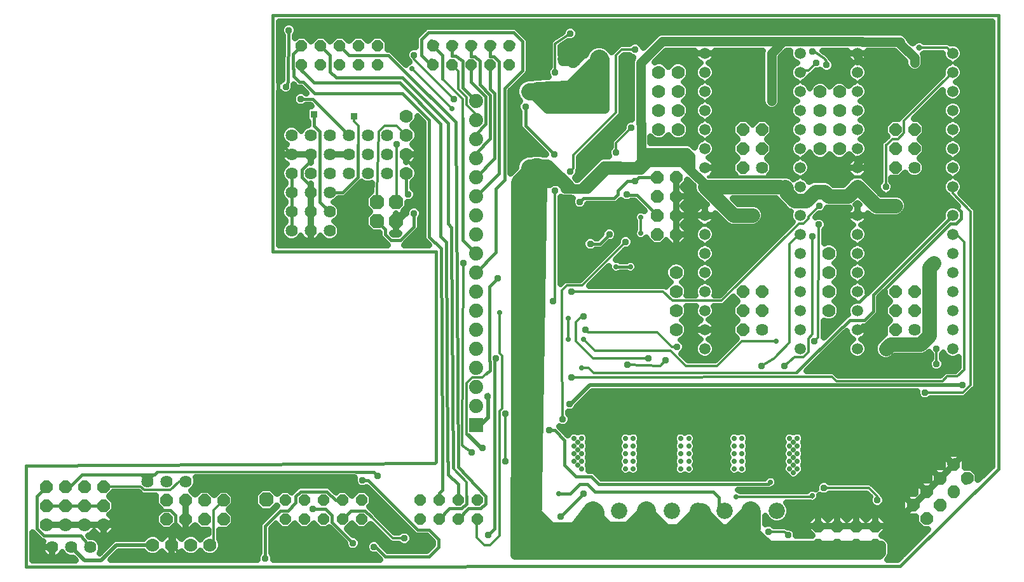
<source format=gbl>
G75*
%MOIN*%
%OFA0B0*%
%FSLAX25Y25*%
%IPPOS*%
%LPD*%
%AMOC8*
5,1,8,0,0,1.08239X$1,22.5*
%
%ADD10C,0.01600*%
%ADD11C,0.01200*%
%ADD12OC8,0.05943*%
%ADD13R,0.07400X0.07400*%
%ADD14C,0.07400*%
%ADD15C,0.05943*%
%ADD16C,0.07000*%
%ADD17C,0.06400*%
%ADD18OC8,0.06400*%
%ADD19C,0.08600*%
%ADD20OC8,0.06600*%
%ADD21C,0.01189*%
%ADD22C,0.09055*%
%ADD23OC8,0.07600*%
%ADD24C,0.01320*%
%ADD25C,0.03762*%
%ADD26C,0.02778*%
%ADD27C,0.02000*%
%ADD28C,0.03200*%
%ADD29C,0.05000*%
%ADD30C,0.04000*%
%ADD31C,0.10000*%
%ADD32C,0.07500*%
%ADD33C,0.03172*%
%ADD34R,0.03762X0.03762*%
D10*
X0002800Y0040700D02*
X0461300Y0041000D01*
X0464300Y0044000D01*
X0512800Y0092000D01*
X0512800Y0330000D01*
X0218800Y0330000D01*
X0218700Y0330000D02*
X0132300Y0330000D01*
X0132300Y0206000D01*
X0217900Y0206000D01*
X0217900Y0095600D01*
X0217200Y0094800D02*
X0002800Y0093500D01*
X0002800Y0040700D01*
X0012300Y0056963D02*
X0011613Y0057650D01*
X0011479Y0057650D01*
X0008550Y0060579D01*
X0008550Y0077650D01*
X0013600Y0082700D01*
X0023600Y0082700D02*
X0025973Y0082700D01*
X0032273Y0089000D01*
X0070300Y0089000D01*
X0071457Y0090157D01*
X0074412Y0070300D02*
X0074112Y0070000D01*
X0073300Y0070000D01*
X0074412Y0070300D02*
X0078388Y0070300D01*
X0081200Y0067488D01*
X0081200Y0063512D01*
X0080492Y0062804D01*
X0080492Y0053192D01*
X0079300Y0052000D01*
X0085291Y0046009D01*
X0094406Y0046000D01*
X0121300Y0046000D01*
X0128300Y0045000D02*
X0128300Y0062000D01*
X0136300Y0070000D01*
X0136851Y0070000D01*
X0136948Y0070097D01*
X0140300Y0070097D01*
X0144328Y0074125D01*
X0144328Y0077477D01*
X0146948Y0080097D01*
X0160652Y0080097D01*
X0165124Y0075625D01*
X0168800Y0075625D01*
X0173272Y0070097D02*
X0180652Y0070097D01*
X0183749Y0067000D01*
X0173272Y0070097D02*
X0168800Y0065625D01*
X0163272Y0064028D02*
X0163272Y0067477D01*
X0159749Y0071000D01*
X0153300Y0071000D01*
X0163272Y0064028D02*
X0174300Y0053000D01*
X0185300Y0051000D02*
X0186300Y0051000D01*
X0191300Y0046000D01*
X0214300Y0046000D01*
X0219300Y0051000D01*
X0219300Y0055000D01*
X0214300Y0060000D01*
X0208300Y0060000D01*
X0182933Y0085367D01*
X0182300Y0086000D02*
X0179300Y0086000D01*
X0185300Y0090400D02*
X0187300Y0088400D01*
X0185300Y0090400D02*
X0175900Y0090400D01*
X0219425Y0079125D02*
X0219425Y0075625D01*
X0219425Y0079125D02*
X0221300Y0081000D01*
X0221300Y0104965D01*
X0221266Y0105000D01*
X0220511Y0207549D01*
X0214300Y0213761D01*
X0214300Y0275000D01*
X0200300Y0289000D01*
X0154300Y0289000D01*
X0148327Y0294973D01*
X0146106Y0294973D01*
X0143055Y0298024D01*
X0143055Y0301768D01*
X0142815Y0302008D01*
X0142815Y0309515D01*
X0147274Y0313974D01*
X0147291Y0313974D01*
X0157291Y0313991D02*
X0157309Y0313991D01*
X0162300Y0309000D01*
X0162300Y0300438D01*
X0165438Y0297300D01*
X0200253Y0297300D01*
X0224100Y0273453D01*
X0224100Y0220494D01*
X0225900Y0218694D01*
X0225900Y0211400D01*
X0226900Y0092621D01*
X0229400Y0092974D02*
X0243896Y0077477D01*
X0243896Y0073773D01*
X0241277Y0071154D01*
X0234953Y0071154D01*
X0229425Y0065625D01*
X0231277Y0071154D02*
X0224953Y0071154D01*
X0219425Y0065625D01*
X0231277Y0071154D02*
X0233896Y0073773D01*
X0233896Y0077477D01*
X0229425Y0075625D02*
X0229425Y0083875D01*
X0224300Y0089000D01*
X0224300Y0095482D01*
X0223785Y0095997D01*
X0223200Y0210630D01*
X0223200Y0211110D01*
X0220300Y0214010D01*
X0220300Y0273000D01*
X0198731Y0294569D01*
X0154014Y0294569D01*
X0148129Y0300454D01*
X0147764Y0300454D01*
X0147763Y0300456D01*
X0147309Y0300908D01*
X0147309Y0303974D01*
X0135300Y0299600D02*
X0135300Y0282000D01*
X0146900Y0286000D02*
X0153100Y0286000D01*
X0172100Y0267000D01*
X0176800Y0261837D02*
X0176800Y0245053D01*
X0168747Y0237000D01*
X0162100Y0237000D01*
X0156800Y0232100D02*
X0156800Y0268947D01*
X0153900Y0271847D01*
X0153900Y0278000D01*
X0139100Y0292400D02*
X0140300Y0295000D01*
X0140700Y0322000D01*
X0167291Y0314009D02*
X0167291Y0314009D01*
X0172300Y0309000D01*
X0192812Y0309000D01*
X0200875Y0300938D01*
X0228200Y0273805D01*
X0229400Y0092974D01*
X0241279Y0103000D02*
X0233883Y0110396D01*
X0238800Y0115000D02*
X0239800Y0115000D01*
X0245300Y0119000D02*
X0245300Y0130000D01*
X0245300Y0131000D01*
X0245300Y0130000D02*
X0244800Y0129500D01*
X0244300Y0142000D02*
X0246086Y0143786D01*
X0246086Y0148433D01*
X0245919Y0148599D01*
X0245919Y0187619D01*
X0250300Y0192000D01*
X0238800Y0195000D02*
X0249300Y0205500D01*
X0249300Y0239040D01*
X0253780Y0243520D01*
X0253780Y0291480D01*
X0263300Y0301000D01*
X0263300Y0316258D01*
X0258558Y0321000D01*
X0214009Y0321000D01*
X0210300Y0317291D01*
X0210300Y0309000D01*
X0215221Y0304079D01*
X0216274Y0304079D01*
X0221352Y0309052D02*
X0221352Y0296791D01*
X0231755Y0292045D02*
X0231755Y0305855D01*
X0228150Y0308488D01*
X0226326Y0308498D01*
X0226326Y0314026D01*
X0236326Y0313974D02*
X0236326Y0308445D01*
X0238149Y0308436D01*
X0240755Y0305803D01*
X0240755Y0293652D01*
X0246300Y0288107D01*
X0246300Y0265146D01*
X0238800Y0257646D01*
X0238800Y0255000D01*
X0248600Y0254800D02*
X0248600Y0289059D01*
X0246274Y0291386D01*
X0246274Y0303922D01*
X0246326Y0308393D02*
X0246326Y0313921D01*
X0246326Y0308393D02*
X0248149Y0308383D01*
X0250755Y0305750D01*
X0250736Y0302046D01*
X0250900Y0301881D01*
X0250900Y0247100D01*
X0238800Y0235000D01*
X0238800Y0245000D02*
X0248600Y0254800D01*
X0238800Y0265000D02*
X0238800Y0267646D01*
X0244000Y0272846D01*
X0244000Y0287154D01*
X0236274Y0294880D01*
X0236274Y0303974D01*
X0221352Y0309052D02*
X0216326Y0314078D01*
X0231755Y0292045D02*
X0238800Y0285000D01*
X0231900Y0276110D02*
X0231900Y0211900D01*
X0238800Y0205000D01*
X0206300Y0219000D02*
X0206300Y0226000D01*
X0201800Y0225500D02*
X0201100Y0226200D01*
X0199324Y0226200D01*
X0196900Y0223776D01*
X0196900Y0222000D01*
X0197121Y0222221D02*
X0197977Y0221365D01*
X0201800Y0225188D01*
X0201800Y0225500D01*
X0201100Y0226200D02*
X0197121Y0222221D01*
X0191300Y0217600D02*
X0191300Y0214944D01*
X0194244Y0212000D01*
X0199300Y0212000D01*
X0206300Y0219000D01*
X0201100Y0226200D02*
X0207300Y0232400D01*
X0207300Y0249171D01*
X0202300Y0254171D01*
X0202300Y0257100D01*
X0202300Y0247100D02*
X0202300Y0237000D01*
X0203300Y0236000D01*
X0186900Y0222000D02*
X0191300Y0217600D01*
X0162100Y0226800D02*
X0156800Y0232100D01*
X0152100Y0240353D02*
X0147400Y0245053D01*
X0147400Y0248947D01*
X0152100Y0253647D01*
X0152100Y0257000D01*
X0142100Y0257000D02*
X0134900Y0264200D01*
X0134900Y0300000D01*
X0135300Y0299600D01*
X0142100Y0247000D02*
X0142100Y0237000D01*
X0142100Y0226800D01*
X0142100Y0216800D01*
X0248548Y0149248D02*
X0249300Y0150000D01*
X0248548Y0149248D02*
X0248548Y0060508D01*
X0245100Y0057400D01*
X0270300Y0070000D02*
X0277300Y0063000D01*
X0275300Y0063000D01*
X0272300Y0066000D01*
X0270300Y0072000D02*
X0279300Y0063000D01*
X0279300Y0059000D01*
X0283300Y0067000D02*
X0295300Y0079000D01*
X0293300Y0084000D02*
X0288300Y0079000D01*
X0282300Y0079000D01*
X0293300Y0084000D02*
X0297300Y0084000D01*
X0301300Y0080000D01*
X0363300Y0080000D01*
X0366300Y0077000D01*
X0366300Y0072787D01*
X0369087Y0070000D01*
X0392300Y0084000D02*
X0393300Y0085000D01*
X0392300Y0084000D02*
X0303300Y0084000D01*
X0299300Y0088000D01*
X0291300Y0088000D01*
X0285300Y0094000D01*
X0285300Y0107000D01*
X0280100Y0112200D01*
X0277200Y0112200D01*
X0306300Y0122000D02*
X0306300Y0123000D01*
X0308300Y0125000D01*
X0242300Y0103000D02*
X0241279Y0103000D01*
X0270300Y0072000D02*
X0270300Y0070000D01*
X0406981Y0142463D02*
X0430899Y0166381D01*
X0431130Y0166381D01*
X0434749Y0170000D01*
X0442555Y0170000D01*
X0447050Y0174495D01*
X0447050Y0183250D01*
X0488800Y0225000D01*
X0484328Y0223781D02*
X0440019Y0179472D01*
X0436948Y0179472D01*
X0432476Y0175000D01*
X0428800Y0175000D01*
X0428800Y0210000D01*
X0446225Y0210000D01*
X0464050Y0227825D01*
X0464050Y0232175D01*
X0460975Y0235250D01*
X0450975Y0235250D01*
X0440975Y0245250D01*
X0360479Y0245250D01*
X0333800Y0245000D02*
X0324300Y0245000D01*
X0322300Y0243000D01*
X0318300Y0243000D01*
X0313300Y0238000D01*
X0313300Y0236000D01*
X0311300Y0234000D01*
X0295300Y0234000D01*
X0293300Y0232000D01*
X0308800Y0215000D02*
X0303800Y0210000D01*
X0298800Y0210000D01*
X0312300Y0198000D02*
X0319837Y0198000D01*
X0320300Y0198000D01*
X0352300Y0199000D02*
X0352300Y0189000D01*
X0353300Y0190000D01*
X0365300Y0190000D01*
X0353300Y0200000D02*
X0352300Y0199000D01*
X0353300Y0200000D02*
X0364300Y0200000D01*
X0364300Y0209000D01*
X0365300Y0210000D01*
X0353300Y0210000D01*
X0353300Y0218000D01*
X0355300Y0220000D01*
X0363300Y0220000D01*
X0363300Y0223000D01*
X0364300Y0224000D01*
X0359800Y0224000D01*
X0358800Y0225000D01*
X0333800Y0225000D02*
X0323199Y0235601D01*
X0318199Y0235601D01*
X0317800Y0236000D01*
X0279800Y0257000D02*
X0264800Y0272000D01*
X0264800Y0282000D01*
X0438800Y0165000D02*
X0441500Y0167700D01*
X0443507Y0167700D01*
X0449350Y0173543D01*
X0449350Y0182297D01*
X0487581Y0220528D01*
X0490652Y0220528D01*
X0493272Y0223148D01*
X0493272Y0226852D01*
X0490652Y0229472D01*
X0486948Y0229472D01*
X0484328Y0226852D01*
X0484328Y0223781D01*
X0479740Y0244650D02*
X0484328Y0249238D01*
X0484328Y0251852D01*
X0487476Y0255000D01*
X0485300Y0255000D01*
X0483300Y0257000D01*
X0483300Y0265000D01*
X0497300Y0265000D01*
X0494300Y0268000D01*
X0494300Y0275000D01*
X0482300Y0275000D01*
X0482300Y0285000D01*
X0482828Y0285528D01*
X0490652Y0285528D01*
X0491124Y0286000D01*
X0495300Y0286000D01*
X0493772Y0284472D01*
X0486948Y0284472D01*
X0486476Y0284000D01*
X0485300Y0284000D01*
X0487476Y0255000D02*
X0505300Y0255000D01*
X0043600Y0072700D02*
X0033600Y0072700D01*
X0023600Y0072700D01*
X0013600Y0072700D01*
X0013550Y0062650D02*
X0023550Y0062650D01*
X0033550Y0062650D01*
X0043550Y0062650D01*
X0031700Y0056800D02*
X0036700Y0050800D01*
X0031700Y0056800D02*
X0012300Y0056963D01*
D11*
X0043550Y0062650D02*
X0044950Y0062650D01*
X0052300Y0070000D01*
X0073300Y0070000D01*
X0078564Y0080900D02*
X0064836Y0080900D01*
X0063036Y0082700D01*
X0043600Y0082700D01*
X0032273Y0089000D02*
X0063100Y0089000D01*
X0066700Y0085400D01*
X0071457Y0090157D01*
X0071700Y0090400D01*
X0175900Y0090400D01*
X0182300Y0086000D02*
X0182933Y0085367D01*
X0183749Y0067000D02*
X0195149Y0055600D01*
X0201300Y0055600D01*
X0239300Y0056000D02*
X0239300Y0065500D01*
X0239425Y0065625D01*
X0251119Y0056819D02*
X0251119Y0122318D01*
X0252481Y0123680D01*
X0252481Y0151318D01*
X0251300Y0152499D01*
X0251300Y0174000D01*
X0279300Y0180000D02*
X0280300Y0181000D01*
X0280300Y0238000D01*
X0291800Y0244000D02*
X0291800Y0254000D01*
X0295800Y0258000D01*
X0289900Y0256599D02*
X0289900Y0249600D01*
X0288300Y0248000D01*
X0289900Y0256599D02*
X0312300Y0278999D01*
X0312300Y0309000D01*
X0315300Y0312000D01*
X0322300Y0312000D01*
X0288300Y0320400D02*
X0280300Y0315000D01*
X0280300Y0300000D01*
X0238800Y0277929D02*
X0238800Y0275000D01*
X0238800Y0277929D02*
X0233800Y0282929D01*
X0233800Y0287030D01*
X0229655Y0291175D01*
X0229655Y0300645D01*
X0226274Y0304026D01*
X0221352Y0296791D02*
X0221352Y0296548D01*
X0231900Y0286000D01*
X0231900Y0276110D01*
X0226300Y0281000D02*
X0205300Y0302000D01*
X0206300Y0307000D02*
X0206300Y0309000D01*
X0206300Y0307000D02*
X0227300Y0286000D01*
X0202300Y0267100D02*
X0202200Y0267100D01*
X0197300Y0272000D01*
X0190936Y0272000D01*
X0187800Y0268864D01*
X0186800Y0236900D01*
X0186900Y0232000D01*
X0196900Y0232000D02*
X0197300Y0236400D01*
X0197300Y0262200D01*
X0177300Y0262337D02*
X0176800Y0261837D01*
X0177300Y0262337D02*
X0177300Y0272000D01*
X0174900Y0274400D01*
X0174900Y0277000D01*
X0291800Y0220000D02*
X0296619Y0222819D01*
X0296619Y0227318D01*
X0298482Y0229181D01*
X0300981Y0229181D01*
X0300800Y0230500D01*
X0325268Y0223968D02*
X0325268Y0215550D01*
X0317300Y0211000D02*
X0294481Y0188181D01*
X0286481Y0188181D01*
X0283800Y0185500D01*
X0283800Y0166500D01*
X0283719Y0166419D01*
X0283719Y0137895D01*
X0284300Y0137314D01*
X0284300Y0118000D01*
X0254300Y0121000D02*
X0254300Y0095800D01*
X0242300Y0103000D02*
X0235300Y0110000D01*
X0234562Y0110000D01*
X0233800Y0110762D01*
X0233800Y0137071D01*
X0236729Y0140000D01*
X0242300Y0140000D01*
X0244300Y0142000D01*
X0288800Y0140000D02*
X0425523Y0140331D01*
X0427754Y0138100D01*
X0483400Y0138100D01*
X0485790Y0140490D01*
X0491299Y0140490D01*
X0494821Y0144013D01*
X0494821Y0211000D01*
X0492010Y0213811D01*
X0492010Y0214000D01*
X0489800Y0214000D01*
X0488800Y0215000D01*
X0498300Y0227000D02*
X0498300Y0136000D01*
X0494300Y0132000D01*
X0474300Y0132000D01*
X0480300Y0147000D02*
X0480300Y0155000D01*
X0445800Y0190000D02*
X0455800Y0200000D01*
X0418700Y0220200D02*
X0418300Y0161000D01*
X0416300Y0159000D01*
X0413119Y0160318D02*
X0413119Y0153278D01*
X0410569Y0150728D01*
X0406028Y0150728D01*
X0400500Y0145800D01*
X0404889Y0142181D02*
X0406704Y0142185D01*
X0406981Y0142463D01*
X0404889Y0142181D02*
X0300581Y0142181D01*
X0297762Y0145000D01*
X0294300Y0145000D01*
X0300300Y0150000D02*
X0329300Y0150000D01*
X0335700Y0145800D02*
X0338300Y0149000D01*
X0335700Y0145800D02*
X0318300Y0146600D01*
X0301200Y0154100D02*
X0340753Y0154100D01*
X0348853Y0146000D01*
X0365300Y0146000D01*
X0378300Y0159000D01*
X0396300Y0159000D01*
X0403300Y0158200D02*
X0395100Y0150000D01*
X0388700Y0145800D01*
X0403300Y0158200D02*
X0403300Y0210000D01*
X0408300Y0215000D01*
X0408800Y0215000D01*
X0415300Y0214000D02*
X0415300Y0162499D01*
X0413119Y0160318D01*
X0367636Y0180200D02*
X0408164Y0220728D01*
X0410569Y0220728D01*
X0413072Y0223231D01*
X0413072Y0224272D01*
X0418800Y0230000D01*
X0453800Y0240000D02*
X0453800Y0262000D01*
X0454300Y0262000D01*
X0457300Y0265000D01*
X0460164Y0265000D01*
X0463300Y0268136D01*
X0463300Y0274500D01*
X0488800Y0300000D01*
X0488800Y0310000D02*
X0485800Y0313000D01*
X0471300Y0313000D01*
X0422481Y0305819D02*
X0421481Y0307318D01*
X0415300Y0311499D01*
X0415300Y0311000D01*
X0417300Y0305000D02*
X0413300Y0301000D01*
X0409800Y0301000D01*
X0408800Y0300000D01*
X0422700Y0303800D02*
X0422481Y0305819D01*
X0488800Y0240000D02*
X0488800Y0236500D01*
X0498300Y0227000D01*
X0367636Y0180200D02*
X0341812Y0180200D01*
X0337012Y0185000D01*
X0288800Y0185000D01*
X0285619Y0191819D02*
X0284800Y0192000D01*
X0285619Y0191819D02*
X0285619Y0196318D01*
X0291800Y0202499D01*
X0291800Y0210000D01*
X0325268Y0223968D02*
X0325300Y0224000D01*
X0312300Y0258000D02*
X0312300Y0263000D01*
X0320300Y0271000D01*
X0232300Y0200000D02*
X0231700Y0104200D01*
X0236700Y0100600D01*
X0227275Y0092247D02*
X0226900Y0092621D01*
X0227275Y0092247D02*
X0227272Y0092174D01*
X0227306Y0092139D01*
X0227306Y0092090D01*
X0233896Y0085045D01*
X0233896Y0077477D01*
X0217300Y0095000D02*
X0218300Y0096000D01*
X0262300Y0064000D02*
X0266300Y0064000D01*
X0251119Y0056819D02*
X0246300Y0052000D01*
X0243300Y0052000D01*
X0239300Y0056000D01*
X0106400Y0075500D02*
X0101300Y0070400D01*
X0101300Y0053000D01*
X0100300Y0052000D01*
X0099300Y0052000D01*
X0078564Y0080900D02*
X0083064Y0085400D01*
X0086700Y0085400D01*
X0287300Y0160000D02*
X0287300Y0171000D01*
X0291300Y0169000D02*
X0291300Y0159000D01*
X0300300Y0150000D01*
X0301200Y0154100D02*
X0295300Y0160000D01*
X0297560Y0163740D02*
X0333800Y0163740D01*
X0341540Y0156000D01*
X0344300Y0156000D01*
X0297560Y0163740D02*
X0296300Y0165000D01*
X0291300Y0169000D02*
X0294300Y0172000D01*
X0295300Y0172000D01*
X0421300Y0082000D02*
X0444799Y0082000D01*
X0449300Y0077499D01*
X0449300Y0075600D01*
X0415300Y0077000D02*
X0415300Y0078000D01*
X0415050Y0077250D02*
X0415300Y0077000D01*
X0415050Y0077250D02*
X0375300Y0077250D01*
X0392300Y0059000D02*
X0400700Y0059000D01*
X0402500Y0057200D01*
D12*
X0239425Y0065625D03*
X0229425Y0065625D03*
X0219425Y0065625D03*
X0209425Y0065625D03*
X0209425Y0075625D03*
X0219425Y0075625D03*
X0229425Y0075625D03*
X0239425Y0075625D03*
X0178800Y0075625D03*
X0168800Y0075625D03*
X0158800Y0075625D03*
X0148800Y0075625D03*
X0138800Y0075625D03*
X0138800Y0065625D03*
X0148800Y0065625D03*
X0158800Y0065625D03*
X0168800Y0065625D03*
X0178800Y0065625D03*
D13*
X0238800Y0115000D03*
D14*
X0238800Y0125000D03*
X0238800Y0135000D03*
X0238800Y0145000D03*
X0238800Y0155000D03*
X0238800Y0165000D03*
X0238800Y0175000D03*
X0238800Y0185000D03*
X0238800Y0195000D03*
X0238800Y0205000D03*
X0238800Y0215000D03*
X0238800Y0225000D03*
X0238800Y0235000D03*
X0238800Y0245000D03*
X0238800Y0255000D03*
X0238800Y0265000D03*
X0238800Y0275000D03*
X0238800Y0285000D03*
D15*
X0358800Y0280000D03*
X0358800Y0270000D03*
X0358800Y0260000D03*
X0358800Y0250000D03*
X0358800Y0240000D03*
X0358800Y0225000D03*
X0358800Y0215000D03*
X0358800Y0205000D03*
X0358800Y0195000D03*
X0358800Y0185000D03*
X0358800Y0175000D03*
X0358800Y0165000D03*
X0358800Y0155000D03*
X0408800Y0155000D03*
X0408800Y0165000D03*
X0408800Y0175000D03*
X0408800Y0185000D03*
X0408800Y0195000D03*
X0408800Y0205000D03*
X0408800Y0215000D03*
X0408800Y0225000D03*
X0408800Y0240000D03*
X0408800Y0250000D03*
X0408800Y0260000D03*
X0408800Y0270000D03*
X0408800Y0280000D03*
X0408800Y0290000D03*
X0408800Y0300000D03*
X0408800Y0310000D03*
X0438800Y0310000D03*
X0438800Y0300000D03*
X0438800Y0290000D03*
X0438800Y0280000D03*
X0438800Y0270000D03*
X0438800Y0260000D03*
X0438800Y0250000D03*
X0438800Y0240000D03*
X0438800Y0225000D03*
X0438800Y0215000D03*
X0438800Y0205000D03*
X0438800Y0195000D03*
X0438800Y0185000D03*
X0438800Y0175000D03*
X0438800Y0165000D03*
X0438800Y0155000D03*
X0488800Y0155000D03*
X0488800Y0165000D03*
X0488800Y0175000D03*
X0488800Y0185000D03*
X0488800Y0195000D03*
X0488800Y0205000D03*
X0488800Y0215000D03*
X0488800Y0225000D03*
X0488800Y0240000D03*
X0488800Y0250000D03*
X0488800Y0260000D03*
X0488800Y0270000D03*
X0488800Y0280000D03*
X0488800Y0290000D03*
X0488800Y0300000D03*
X0488800Y0310000D03*
X0358800Y0310000D03*
X0358800Y0300000D03*
X0358800Y0290000D03*
D16*
X0344800Y0290000D03*
X0334700Y0290000D03*
X0334700Y0280000D03*
X0344800Y0280000D03*
X0344800Y0270000D03*
X0334700Y0270000D03*
X0334700Y0300000D03*
X0344800Y0300000D03*
X0419300Y0289800D03*
X0429400Y0289800D03*
X0429400Y0279800D03*
X0419300Y0279800D03*
X0419300Y0269800D03*
X0429400Y0269800D03*
X0429400Y0259800D03*
X0419300Y0259800D03*
X0423800Y0205000D03*
X0423800Y0195000D03*
X0423800Y0185000D03*
X0423800Y0175000D03*
X0343800Y0175000D03*
X0343800Y0165000D03*
X0343800Y0185000D03*
X0343800Y0195000D03*
X0202300Y0247100D03*
X0202300Y0257100D03*
X0202300Y0267100D03*
X0202300Y0277100D03*
X0043550Y0062650D03*
X0033550Y0062650D03*
X0023550Y0062650D03*
X0013550Y0062650D03*
X0069300Y0052000D03*
X0079300Y0052000D03*
X0089300Y0052000D03*
X0099300Y0052000D03*
D17*
X0086700Y0085400D03*
X0076700Y0085400D03*
X0066700Y0085400D03*
X0036700Y0050800D03*
X0026700Y0050800D03*
X0016700Y0050800D03*
X0142100Y0216800D03*
X0152100Y0216800D03*
X0162100Y0216800D03*
X0162100Y0226800D03*
X0152100Y0226800D03*
X0142100Y0226800D03*
X0142100Y0237000D03*
X0152100Y0237000D03*
X0162100Y0237000D03*
X0162100Y0247000D03*
X0152100Y0247000D03*
X0142100Y0247000D03*
X0142100Y0257000D03*
X0152100Y0257000D03*
X0162100Y0257000D03*
X0172100Y0257000D03*
X0182100Y0257000D03*
X0192300Y0257000D03*
X0192300Y0247000D03*
X0182100Y0247000D03*
X0172100Y0247000D03*
X0172100Y0267000D03*
X0182100Y0267000D03*
X0192300Y0267000D03*
X0162100Y0267000D03*
X0152100Y0267000D03*
X0142100Y0267000D03*
X0388800Y0250000D03*
X0468800Y0250000D03*
X0468800Y0165000D03*
X0388800Y0165000D03*
D18*
X0378800Y0165000D03*
X0378800Y0175000D03*
X0388800Y0175000D03*
X0388800Y0185000D03*
X0378800Y0185000D03*
X0458800Y0185000D03*
X0468800Y0185000D03*
X0468800Y0175000D03*
X0458800Y0175000D03*
X0458800Y0165000D03*
X0458800Y0250000D03*
X0458800Y0260000D03*
X0468800Y0260000D03*
X0468800Y0270000D03*
X0458800Y0270000D03*
X0388800Y0270000D03*
X0378800Y0270000D03*
X0378800Y0260000D03*
X0388800Y0260000D03*
X0378800Y0250000D03*
D19*
X0303493Y0307000D03*
X0289713Y0307000D03*
X0300107Y0070000D03*
X0313887Y0070000D03*
X0327707Y0070000D03*
X0341487Y0070000D03*
X0355307Y0070000D03*
X0369087Y0070000D03*
X0382907Y0070000D03*
X0396687Y0070000D03*
D20*
X0418300Y0062000D03*
X0428300Y0062000D03*
X0438300Y0062000D03*
X0448300Y0062000D03*
X0448300Y0052000D03*
X0438300Y0052000D03*
X0428300Y0052000D03*
X0418300Y0052000D03*
X0343800Y0215000D03*
X0333800Y0215000D03*
X0333800Y0225000D03*
X0343800Y0225000D03*
X0343800Y0235000D03*
X0333800Y0235000D03*
X0333800Y0245000D03*
X0343800Y0245000D03*
X0106400Y0075500D03*
X0096400Y0075500D03*
X0086400Y0075500D03*
X0076400Y0075500D03*
X0076400Y0065500D03*
X0086400Y0065500D03*
X0096400Y0065500D03*
X0106400Y0065500D03*
X0043600Y0072700D03*
X0033600Y0072700D03*
X0023600Y0072700D03*
X0013600Y0072700D03*
X0013600Y0082700D03*
X0023600Y0082700D03*
X0033600Y0082700D03*
X0043600Y0082700D03*
D21*
X0149092Y0303590D02*
X0149687Y0302995D01*
X0148297Y0301599D01*
X0146330Y0301596D01*
X0144934Y0302986D01*
X0144931Y0304953D01*
X0146321Y0306349D01*
X0148288Y0306352D01*
X0149684Y0304962D01*
X0149687Y0302995D01*
X0148796Y0303362D01*
X0147926Y0302490D01*
X0146697Y0302487D01*
X0145825Y0303357D01*
X0145822Y0304586D01*
X0146692Y0305458D01*
X0147921Y0305461D01*
X0148793Y0304591D01*
X0148796Y0303362D01*
X0147903Y0303730D01*
X0147556Y0303381D01*
X0147065Y0303380D01*
X0146716Y0303727D01*
X0146715Y0304218D01*
X0147062Y0304567D01*
X0147553Y0304568D01*
X0147902Y0304221D01*
X0147903Y0303730D01*
X0159092Y0303607D02*
X0159687Y0303012D01*
X0158297Y0301616D01*
X0156330Y0301613D01*
X0154934Y0303003D01*
X0154931Y0304970D01*
X0156321Y0306366D01*
X0158288Y0306369D01*
X0159684Y0304979D01*
X0159687Y0303012D01*
X0158796Y0303379D01*
X0157926Y0302507D01*
X0156697Y0302504D01*
X0155825Y0303374D01*
X0155822Y0304603D01*
X0156692Y0305475D01*
X0157921Y0305478D01*
X0158793Y0304608D01*
X0158796Y0303379D01*
X0157903Y0303747D01*
X0157556Y0303398D01*
X0157065Y0303397D01*
X0156716Y0303744D01*
X0156715Y0304235D01*
X0157062Y0304584D01*
X0157553Y0304585D01*
X0157902Y0304238D01*
X0157903Y0303747D01*
X0169092Y0303625D02*
X0169687Y0303030D01*
X0168297Y0301634D01*
X0166330Y0301631D01*
X0164934Y0303021D01*
X0164931Y0304988D01*
X0166321Y0306384D01*
X0168288Y0306387D01*
X0169684Y0304997D01*
X0169687Y0303030D01*
X0168796Y0303397D01*
X0167926Y0302525D01*
X0166697Y0302522D01*
X0165825Y0303392D01*
X0165822Y0304621D01*
X0166692Y0305493D01*
X0167921Y0305496D01*
X0168793Y0304626D01*
X0168796Y0303397D01*
X0167903Y0303765D01*
X0167556Y0303416D01*
X0167065Y0303415D01*
X0166716Y0303762D01*
X0166715Y0304253D01*
X0167062Y0304602D01*
X0167553Y0304603D01*
X0167902Y0304256D01*
X0167903Y0303765D01*
X0179092Y0303642D02*
X0179687Y0303047D01*
X0178297Y0301651D01*
X0176330Y0301648D01*
X0174934Y0303038D01*
X0174931Y0305005D01*
X0176321Y0306401D01*
X0178288Y0306404D01*
X0179684Y0305014D01*
X0179687Y0303047D01*
X0178796Y0303414D01*
X0177926Y0302542D01*
X0176697Y0302539D01*
X0175825Y0303409D01*
X0175822Y0304638D01*
X0176692Y0305510D01*
X0177921Y0305513D01*
X0178793Y0304643D01*
X0178796Y0303414D01*
X0177903Y0303782D01*
X0177556Y0303433D01*
X0177065Y0303432D01*
X0176716Y0303779D01*
X0176715Y0304270D01*
X0177062Y0304619D01*
X0177553Y0304620D01*
X0177902Y0304273D01*
X0177903Y0303782D01*
X0189092Y0303660D02*
X0189687Y0303065D01*
X0188297Y0301669D01*
X0186330Y0301666D01*
X0184934Y0303056D01*
X0184931Y0305023D01*
X0186321Y0306419D01*
X0188288Y0306422D01*
X0189684Y0305032D01*
X0189687Y0303065D01*
X0188796Y0303432D01*
X0187926Y0302560D01*
X0186697Y0302557D01*
X0185825Y0303427D01*
X0185822Y0304656D01*
X0186692Y0305528D01*
X0187921Y0305531D01*
X0188793Y0304661D01*
X0188796Y0303432D01*
X0187903Y0303800D01*
X0187556Y0303451D01*
X0187065Y0303450D01*
X0186716Y0303797D01*
X0186715Y0304288D01*
X0187062Y0304637D01*
X0187553Y0304638D01*
X0187902Y0304291D01*
X0187903Y0303800D01*
X0189074Y0313660D02*
X0189669Y0313065D01*
X0188279Y0311669D01*
X0186312Y0311666D01*
X0184916Y0313056D01*
X0184913Y0315023D01*
X0186303Y0316419D01*
X0188270Y0316422D01*
X0189666Y0315032D01*
X0189669Y0313065D01*
X0188778Y0313432D01*
X0187908Y0312560D01*
X0186679Y0312557D01*
X0185807Y0313427D01*
X0185804Y0314656D01*
X0186674Y0315528D01*
X0187903Y0315531D01*
X0188775Y0314661D01*
X0188778Y0313432D01*
X0187885Y0313800D01*
X0187538Y0313451D01*
X0187047Y0313450D01*
X0186698Y0313797D01*
X0186697Y0314288D01*
X0187044Y0314637D01*
X0187535Y0314638D01*
X0187884Y0314291D01*
X0187885Y0313800D01*
X0179074Y0313642D02*
X0179669Y0313047D01*
X0178279Y0311651D01*
X0176312Y0311648D01*
X0174916Y0313038D01*
X0174913Y0315005D01*
X0176303Y0316401D01*
X0178270Y0316404D01*
X0179666Y0315014D01*
X0179669Y0313047D01*
X0178778Y0313414D01*
X0177908Y0312542D01*
X0176679Y0312539D01*
X0175807Y0313409D01*
X0175804Y0314638D01*
X0176674Y0315510D01*
X0177903Y0315513D01*
X0178775Y0314643D01*
X0178778Y0313414D01*
X0177885Y0313782D01*
X0177538Y0313433D01*
X0177047Y0313432D01*
X0176698Y0313779D01*
X0176697Y0314270D01*
X0177044Y0314619D01*
X0177535Y0314620D01*
X0177884Y0314273D01*
X0177885Y0313782D01*
X0169074Y0313625D02*
X0169669Y0313030D01*
X0168279Y0311634D01*
X0166312Y0311631D01*
X0164916Y0313021D01*
X0164913Y0314988D01*
X0166303Y0316384D01*
X0168270Y0316387D01*
X0169666Y0314997D01*
X0169669Y0313030D01*
X0168778Y0313397D01*
X0167908Y0312525D01*
X0166679Y0312522D01*
X0165807Y0313392D01*
X0165804Y0314621D01*
X0166674Y0315493D01*
X0167903Y0315496D01*
X0168775Y0314626D01*
X0168778Y0313397D01*
X0167885Y0313765D01*
X0167538Y0313416D01*
X0167047Y0313415D01*
X0166698Y0313762D01*
X0166697Y0314253D01*
X0167044Y0314602D01*
X0167535Y0314603D01*
X0167884Y0314256D01*
X0167885Y0313765D01*
X0159074Y0313607D02*
X0159669Y0313012D01*
X0158279Y0311616D01*
X0156312Y0311613D01*
X0154916Y0313003D01*
X0154913Y0314970D01*
X0156303Y0316366D01*
X0158270Y0316369D01*
X0159666Y0314979D01*
X0159669Y0313012D01*
X0158778Y0313379D01*
X0157908Y0312507D01*
X0156679Y0312504D01*
X0155807Y0313374D01*
X0155804Y0314603D01*
X0156674Y0315475D01*
X0157903Y0315478D01*
X0158775Y0314608D01*
X0158778Y0313379D01*
X0157885Y0313747D01*
X0157538Y0313398D01*
X0157047Y0313397D01*
X0156698Y0313744D01*
X0156697Y0314235D01*
X0157044Y0314584D01*
X0157535Y0314585D01*
X0157884Y0314238D01*
X0157885Y0313747D01*
X0149074Y0313590D02*
X0149669Y0312995D01*
X0148279Y0311599D01*
X0146312Y0311596D01*
X0144916Y0312986D01*
X0144913Y0314953D01*
X0146303Y0316349D01*
X0148270Y0316352D01*
X0149666Y0314962D01*
X0149669Y0312995D01*
X0148778Y0313362D01*
X0147908Y0312490D01*
X0146679Y0312487D01*
X0145807Y0313357D01*
X0145804Y0314586D01*
X0146674Y0315458D01*
X0147903Y0315461D01*
X0148775Y0314591D01*
X0148778Y0313362D01*
X0147885Y0313730D01*
X0147538Y0313381D01*
X0147047Y0313380D01*
X0146698Y0313727D01*
X0146697Y0314218D01*
X0147044Y0314567D01*
X0147535Y0314568D01*
X0147884Y0314221D01*
X0147885Y0313730D01*
X0218102Y0313677D02*
X0218697Y0313082D01*
X0217297Y0311696D01*
X0215330Y0311707D01*
X0213944Y0313107D01*
X0213955Y0315074D01*
X0215355Y0316460D01*
X0217322Y0316449D01*
X0218708Y0315049D01*
X0218697Y0313082D01*
X0217808Y0313456D01*
X0216933Y0312589D01*
X0215704Y0312596D01*
X0214837Y0313471D01*
X0214844Y0314700D01*
X0215719Y0315567D01*
X0216948Y0315560D01*
X0217815Y0314685D01*
X0217808Y0313456D01*
X0216918Y0313829D01*
X0216568Y0313483D01*
X0216077Y0313486D01*
X0215731Y0313836D01*
X0215734Y0314327D01*
X0216084Y0314673D01*
X0216575Y0314670D01*
X0216921Y0314320D01*
X0216918Y0313829D01*
X0228102Y0313625D02*
X0228697Y0313030D01*
X0227297Y0311644D01*
X0225330Y0311655D01*
X0223944Y0313055D01*
X0223955Y0315022D01*
X0225355Y0316408D01*
X0227322Y0316397D01*
X0228708Y0314997D01*
X0228697Y0313030D01*
X0227808Y0313404D01*
X0226933Y0312537D01*
X0225704Y0312544D01*
X0224837Y0313419D01*
X0224844Y0314648D01*
X0225719Y0315515D01*
X0226948Y0315508D01*
X0227815Y0314633D01*
X0227808Y0313404D01*
X0226918Y0313777D01*
X0226568Y0313431D01*
X0226077Y0313434D01*
X0225731Y0313784D01*
X0225734Y0314275D01*
X0226084Y0314621D01*
X0226575Y0314618D01*
X0226921Y0314268D01*
X0226918Y0313777D01*
X0238102Y0313573D02*
X0238697Y0312978D01*
X0237297Y0311592D01*
X0235330Y0311603D01*
X0233944Y0313003D01*
X0233955Y0314970D01*
X0235355Y0316356D01*
X0237322Y0316345D01*
X0238708Y0314945D01*
X0238697Y0312978D01*
X0237808Y0313352D01*
X0236933Y0312485D01*
X0235704Y0312492D01*
X0234837Y0313367D01*
X0234844Y0314596D01*
X0235719Y0315463D01*
X0236948Y0315456D01*
X0237815Y0314581D01*
X0237808Y0313352D01*
X0236918Y0313725D01*
X0236568Y0313379D01*
X0236077Y0313382D01*
X0235731Y0313732D01*
X0235734Y0314223D01*
X0236084Y0314569D01*
X0236575Y0314566D01*
X0236921Y0314216D01*
X0236918Y0313725D01*
X0248102Y0313520D02*
X0248697Y0312925D01*
X0247297Y0311539D01*
X0245330Y0311550D01*
X0243944Y0312950D01*
X0243955Y0314917D01*
X0245355Y0316303D01*
X0247322Y0316292D01*
X0248708Y0314892D01*
X0248697Y0312925D01*
X0247808Y0313299D01*
X0246933Y0312432D01*
X0245704Y0312439D01*
X0244837Y0313314D01*
X0244844Y0314543D01*
X0245719Y0315410D01*
X0246948Y0315403D01*
X0247815Y0314528D01*
X0247808Y0313299D01*
X0246918Y0313672D01*
X0246568Y0313326D01*
X0246077Y0313329D01*
X0245731Y0313679D01*
X0245734Y0314170D01*
X0246084Y0314516D01*
X0246575Y0314513D01*
X0246921Y0314163D01*
X0246918Y0313672D01*
X0258102Y0313468D02*
X0258697Y0312873D01*
X0257297Y0311487D01*
X0255330Y0311498D01*
X0253944Y0312898D01*
X0253955Y0314865D01*
X0255355Y0316251D01*
X0257322Y0316240D01*
X0258708Y0314840D01*
X0258697Y0312873D01*
X0257808Y0313247D01*
X0256933Y0312380D01*
X0255704Y0312387D01*
X0254837Y0313262D01*
X0254844Y0314491D01*
X0255719Y0315358D01*
X0256948Y0315351D01*
X0257815Y0314476D01*
X0257808Y0313247D01*
X0256918Y0313620D01*
X0256568Y0313274D01*
X0256077Y0313277D01*
X0255731Y0313627D01*
X0255734Y0314118D01*
X0256084Y0314464D01*
X0256575Y0314461D01*
X0256921Y0314111D01*
X0256918Y0313620D01*
X0258049Y0303468D02*
X0258644Y0302873D01*
X0257244Y0301487D01*
X0255277Y0301498D01*
X0253891Y0302898D01*
X0253902Y0304865D01*
X0255302Y0306251D01*
X0257269Y0306240D01*
X0258655Y0304840D01*
X0258644Y0302873D01*
X0257755Y0303247D01*
X0256880Y0302380D01*
X0255651Y0302387D01*
X0254784Y0303262D01*
X0254791Y0304491D01*
X0255666Y0305358D01*
X0256895Y0305351D01*
X0257762Y0304476D01*
X0257755Y0303247D01*
X0256865Y0303620D01*
X0256515Y0303274D01*
X0256024Y0303277D01*
X0255678Y0303627D01*
X0255681Y0304118D01*
X0256031Y0304464D01*
X0256522Y0304461D01*
X0256868Y0304111D01*
X0256865Y0303620D01*
X0248050Y0303521D02*
X0248645Y0302926D01*
X0247245Y0301540D01*
X0245278Y0301551D01*
X0243892Y0302951D01*
X0243903Y0304918D01*
X0245303Y0306304D01*
X0247270Y0306293D01*
X0248656Y0304893D01*
X0248645Y0302926D01*
X0247756Y0303300D01*
X0246881Y0302433D01*
X0245652Y0302440D01*
X0244785Y0303315D01*
X0244792Y0304544D01*
X0245667Y0305411D01*
X0246896Y0305404D01*
X0247763Y0304529D01*
X0247756Y0303300D01*
X0246866Y0303673D01*
X0246516Y0303327D01*
X0246025Y0303330D01*
X0245679Y0303680D01*
X0245682Y0304171D01*
X0246032Y0304517D01*
X0246523Y0304514D01*
X0246869Y0304164D01*
X0246866Y0303673D01*
X0238050Y0303573D02*
X0238645Y0302978D01*
X0237245Y0301592D01*
X0235278Y0301603D01*
X0233892Y0303003D01*
X0233903Y0304970D01*
X0235303Y0306356D01*
X0237270Y0306345D01*
X0238656Y0304945D01*
X0238645Y0302978D01*
X0237756Y0303352D01*
X0236881Y0302485D01*
X0235652Y0302492D01*
X0234785Y0303367D01*
X0234792Y0304596D01*
X0235667Y0305463D01*
X0236896Y0305456D01*
X0237763Y0304581D01*
X0237756Y0303352D01*
X0236866Y0303725D01*
X0236516Y0303379D01*
X0236025Y0303382D01*
X0235679Y0303732D01*
X0235682Y0304223D01*
X0236032Y0304569D01*
X0236523Y0304566D01*
X0236869Y0304216D01*
X0236866Y0303725D01*
X0228050Y0303625D02*
X0228645Y0303030D01*
X0227245Y0301644D01*
X0225278Y0301655D01*
X0223892Y0303055D01*
X0223903Y0305022D01*
X0225303Y0306408D01*
X0227270Y0306397D01*
X0228656Y0304997D01*
X0228645Y0303030D01*
X0227756Y0303404D01*
X0226881Y0302537D01*
X0225652Y0302544D01*
X0224785Y0303419D01*
X0224792Y0304648D01*
X0225667Y0305515D01*
X0226896Y0305508D01*
X0227763Y0304633D01*
X0227756Y0303404D01*
X0226866Y0303777D01*
X0226516Y0303431D01*
X0226025Y0303434D01*
X0225679Y0303784D01*
X0225682Y0304275D01*
X0226032Y0304621D01*
X0226523Y0304618D01*
X0226869Y0304268D01*
X0226866Y0303777D01*
X0218050Y0303678D02*
X0218645Y0303083D01*
X0217245Y0301697D01*
X0215278Y0301708D01*
X0213892Y0303108D01*
X0213903Y0305075D01*
X0215303Y0306461D01*
X0217270Y0306450D01*
X0218656Y0305050D01*
X0218645Y0303083D01*
X0217756Y0303457D01*
X0216881Y0302590D01*
X0215652Y0302597D01*
X0214785Y0303472D01*
X0214792Y0304701D01*
X0215667Y0305568D01*
X0216896Y0305561D01*
X0217763Y0304686D01*
X0217756Y0303457D01*
X0216866Y0303830D01*
X0216516Y0303484D01*
X0216025Y0303487D01*
X0215679Y0303837D01*
X0215682Y0304328D01*
X0216032Y0304674D01*
X0216523Y0304671D01*
X0216869Y0304321D01*
X0216866Y0303830D01*
D22*
X0266772Y0290000D02*
X0275828Y0290000D01*
X0275828Y0250000D02*
X0266772Y0250000D01*
D23*
X0196900Y0232000D03*
X0186900Y0232000D03*
X0186900Y0222000D03*
X0196900Y0222000D03*
X0128900Y0075800D03*
D24*
X0466193Y0072466D02*
X0465533Y0071806D01*
X0465529Y0073993D01*
X0467072Y0075541D01*
X0469259Y0075545D01*
X0470807Y0074002D01*
X0470811Y0071815D01*
X0469268Y0070267D01*
X0467081Y0070263D01*
X0465533Y0071806D01*
X0466522Y0072218D01*
X0466520Y0073584D01*
X0467484Y0074552D01*
X0468850Y0074554D01*
X0469818Y0073590D01*
X0469820Y0072224D01*
X0468856Y0071256D01*
X0467490Y0071254D01*
X0466522Y0072218D01*
X0467511Y0072630D01*
X0467510Y0073176D01*
X0467896Y0073563D01*
X0468442Y0073564D01*
X0468829Y0073178D01*
X0468830Y0072632D01*
X0468444Y0072245D01*
X0467898Y0072244D01*
X0467511Y0072630D01*
X0473277Y0065408D02*
X0472617Y0064748D01*
X0472613Y0066935D01*
X0474156Y0068483D01*
X0476343Y0068487D01*
X0477891Y0066944D01*
X0477895Y0064757D01*
X0476352Y0063209D01*
X0474165Y0063205D01*
X0472617Y0064748D01*
X0473606Y0065160D01*
X0473604Y0066526D01*
X0474568Y0067494D01*
X0475934Y0067496D01*
X0476902Y0066532D01*
X0476904Y0065166D01*
X0475940Y0064198D01*
X0474574Y0064196D01*
X0473606Y0065160D01*
X0474595Y0065572D01*
X0474594Y0066118D01*
X0474980Y0066505D01*
X0475526Y0066506D01*
X0475913Y0066120D01*
X0475914Y0065574D01*
X0475528Y0065187D01*
X0474982Y0065186D01*
X0474595Y0065572D01*
X0480335Y0072491D02*
X0479675Y0071831D01*
X0479671Y0074018D01*
X0481214Y0075566D01*
X0483401Y0075570D01*
X0484949Y0074027D01*
X0484953Y0071840D01*
X0483410Y0070292D01*
X0481223Y0070288D01*
X0479675Y0071831D01*
X0480664Y0072243D01*
X0480662Y0073609D01*
X0481626Y0074577D01*
X0482992Y0074579D01*
X0483960Y0073615D01*
X0483962Y0072249D01*
X0482998Y0071281D01*
X0481632Y0071279D01*
X0480664Y0072243D01*
X0481653Y0072655D01*
X0481652Y0073201D01*
X0482038Y0073588D01*
X0482584Y0073589D01*
X0482971Y0073203D01*
X0482972Y0072657D01*
X0482586Y0072270D01*
X0482040Y0072269D01*
X0481653Y0072655D01*
X0473252Y0079550D02*
X0472592Y0078890D01*
X0472588Y0081077D01*
X0474131Y0082625D01*
X0476318Y0082629D01*
X0477866Y0081086D01*
X0477870Y0078899D01*
X0476327Y0077351D01*
X0474140Y0077347D01*
X0472592Y0078890D01*
X0473581Y0079302D01*
X0473579Y0080668D01*
X0474543Y0081636D01*
X0475909Y0081638D01*
X0476877Y0080674D01*
X0476879Y0079308D01*
X0475915Y0078340D01*
X0474549Y0078338D01*
X0473581Y0079302D01*
X0474570Y0079714D01*
X0474569Y0080260D01*
X0474955Y0080647D01*
X0475501Y0080648D01*
X0475888Y0080262D01*
X0475889Y0079716D01*
X0475503Y0079329D01*
X0474957Y0079328D01*
X0474570Y0079714D01*
X0480311Y0086633D02*
X0479651Y0085973D01*
X0479647Y0088160D01*
X0481190Y0089708D01*
X0483377Y0089712D01*
X0484925Y0088169D01*
X0484929Y0085982D01*
X0483386Y0084434D01*
X0481199Y0084430D01*
X0479651Y0085973D01*
X0480640Y0086385D01*
X0480638Y0087751D01*
X0481602Y0088719D01*
X0482968Y0088721D01*
X0483936Y0087757D01*
X0483938Y0086391D01*
X0482974Y0085423D01*
X0481608Y0085421D01*
X0480640Y0086385D01*
X0481629Y0086797D01*
X0481628Y0087343D01*
X0482014Y0087730D01*
X0482560Y0087731D01*
X0482947Y0087345D01*
X0482948Y0086799D01*
X0482562Y0086412D01*
X0482016Y0086411D01*
X0481629Y0086797D01*
X0487394Y0079574D02*
X0486734Y0078914D01*
X0486730Y0081101D01*
X0488273Y0082649D01*
X0490460Y0082653D01*
X0492008Y0081110D01*
X0492012Y0078923D01*
X0490469Y0077375D01*
X0488282Y0077371D01*
X0486734Y0078914D01*
X0487723Y0079326D01*
X0487721Y0080692D01*
X0488685Y0081660D01*
X0490051Y0081662D01*
X0491019Y0080698D01*
X0491021Y0079332D01*
X0490057Y0078364D01*
X0488691Y0078362D01*
X0487723Y0079326D01*
X0488712Y0079738D01*
X0488711Y0080284D01*
X0489097Y0080671D01*
X0489643Y0080672D01*
X0490030Y0080286D01*
X0490031Y0079740D01*
X0489645Y0079353D01*
X0489099Y0079352D01*
X0488712Y0079738D01*
X0494453Y0086658D02*
X0493793Y0085998D01*
X0493789Y0088185D01*
X0495332Y0089733D01*
X0497519Y0089737D01*
X0499067Y0088194D01*
X0499071Y0086007D01*
X0497528Y0084459D01*
X0495341Y0084455D01*
X0493793Y0085998D01*
X0494782Y0086410D01*
X0494780Y0087776D01*
X0495744Y0088744D01*
X0497110Y0088746D01*
X0498078Y0087782D01*
X0498080Y0086416D01*
X0497116Y0085448D01*
X0495750Y0085446D01*
X0494782Y0086410D01*
X0495771Y0086822D01*
X0495770Y0087368D01*
X0496156Y0087755D01*
X0496702Y0087756D01*
X0497089Y0087370D01*
X0497090Y0086824D01*
X0496704Y0086437D01*
X0496158Y0086436D01*
X0495771Y0086822D01*
X0487369Y0093716D02*
X0486709Y0093056D01*
X0486705Y0095243D01*
X0488248Y0096791D01*
X0490435Y0096795D01*
X0491983Y0095252D01*
X0491987Y0093065D01*
X0490444Y0091517D01*
X0488257Y0091513D01*
X0486709Y0093056D01*
X0487698Y0093468D01*
X0487696Y0094834D01*
X0488660Y0095802D01*
X0490026Y0095804D01*
X0490994Y0094840D01*
X0490996Y0093474D01*
X0490032Y0092506D01*
X0488666Y0092504D01*
X0487698Y0093468D01*
X0488687Y0093880D01*
X0488686Y0094426D01*
X0489072Y0094813D01*
X0489618Y0094814D01*
X0490005Y0094428D01*
X0490006Y0093882D01*
X0489620Y0093495D01*
X0489074Y0093494D01*
X0488687Y0093880D01*
D25*
X0449300Y0075600D03*
X0421300Y0082000D03*
X0402500Y0057200D03*
X0392300Y0059000D03*
X0295300Y0079000D03*
X0283300Y0067000D03*
X0266300Y0064000D03*
X0245100Y0057400D03*
X0201300Y0055600D03*
X0185300Y0051000D03*
X0174300Y0053000D03*
X0153300Y0071000D03*
X0179300Y0086000D03*
X0187300Y0088400D03*
X0236700Y0100600D03*
X0242300Y0103000D03*
X0254300Y0095800D03*
X0277200Y0112200D03*
X0284300Y0118000D03*
X0288300Y0112000D03*
X0287800Y0126000D03*
X0288800Y0140000D03*
X0318300Y0146600D03*
X0329300Y0150000D03*
X0338300Y0149000D03*
X0344300Y0156000D03*
X0388700Y0145800D03*
X0400500Y0145800D03*
X0416300Y0159000D03*
X0453800Y0155000D03*
X0480300Y0155000D03*
X0480300Y0147000D03*
X0493800Y0136000D03*
X0474300Y0132000D03*
X0445800Y0190000D03*
X0455800Y0200000D03*
X0478800Y0200000D03*
X0458800Y0230000D03*
X0453800Y0240000D03*
X0448300Y0245000D03*
X0423800Y0235000D03*
X0418800Y0230000D03*
X0418700Y0220200D03*
X0415300Y0214000D03*
X0383800Y0225000D03*
X0374300Y0217000D03*
X0317300Y0211000D03*
X0308800Y0215000D03*
X0298800Y0210000D03*
X0291800Y0210000D03*
X0291800Y0220000D03*
X0293300Y0232000D03*
X0300800Y0230500D03*
X0280300Y0238000D03*
X0291800Y0244000D03*
X0288300Y0248000D03*
X0279800Y0257000D03*
X0295800Y0258000D03*
X0312300Y0258000D03*
X0320300Y0271000D03*
X0322300Y0243000D03*
X0317800Y0236000D03*
X0284800Y0192000D03*
X0288800Y0185000D03*
X0279300Y0180000D03*
X0295300Y0172000D03*
X0296300Y0165000D03*
X0249300Y0150000D03*
X0244800Y0130000D03*
X0254300Y0121000D03*
X0250300Y0192000D03*
X0232300Y0200000D03*
X0206300Y0226000D03*
X0203300Y0236000D03*
X0197300Y0262200D03*
X0227300Y0286000D03*
X0206300Y0309000D03*
X0146900Y0286000D03*
X0139100Y0292400D03*
X0140700Y0322000D03*
X0264800Y0282000D03*
X0280300Y0300000D03*
X0288300Y0320400D03*
X0322300Y0312000D03*
X0393800Y0285000D03*
X0417300Y0305000D03*
X0422700Y0303800D03*
X0415300Y0311000D03*
X0452300Y0288000D03*
X0468800Y0305000D03*
X0128300Y0045000D03*
D26*
X0063300Y0059000D03*
X0251300Y0174000D03*
X0287300Y0171000D03*
X0287300Y0160000D03*
X0295300Y0160000D03*
X0294300Y0145000D03*
X0306300Y0122000D03*
X0308680Y0119000D03*
X0311300Y0122000D03*
X0313300Y0119000D03*
X0303300Y0119000D03*
X0294300Y0108000D03*
X0292300Y0106000D03*
X0294300Y0104000D03*
X0292300Y0102000D03*
X0294300Y0100000D03*
X0292300Y0098000D03*
X0290300Y0096000D03*
X0292300Y0094000D03*
X0294300Y0096000D03*
X0294300Y0092000D03*
X0290300Y0100000D03*
X0290300Y0104000D03*
X0290300Y0108000D03*
X0317300Y0108000D03*
X0321300Y0108000D03*
X0321300Y0104000D03*
X0317300Y0104000D03*
X0317300Y0100000D03*
X0321300Y0100000D03*
X0321300Y0096000D03*
X0317300Y0096000D03*
X0317300Y0092000D03*
X0321300Y0092000D03*
X0346100Y0092000D03*
X0346100Y0096000D03*
X0350500Y0096000D03*
X0350500Y0092000D03*
X0350500Y0100000D03*
X0350500Y0104000D03*
X0350500Y0108000D03*
X0346100Y0108000D03*
X0346100Y0104000D03*
X0346100Y0100000D03*
X0340300Y0119000D03*
X0338300Y0122000D03*
X0335664Y0119000D03*
X0333300Y0122000D03*
X0331300Y0119000D03*
X0360300Y0120000D03*
X0362300Y0123000D03*
X0364544Y0120000D03*
X0367300Y0123000D03*
X0369300Y0120000D03*
X0374300Y0108000D03*
X0374300Y0104000D03*
X0374300Y0100000D03*
X0378300Y0100000D03*
X0378300Y0104000D03*
X0378300Y0108000D03*
X0378300Y0096000D03*
X0378300Y0092000D03*
X0374300Y0092000D03*
X0374300Y0096000D03*
X0393300Y0085000D03*
X0403300Y0092000D03*
X0405300Y0090000D03*
X0407300Y0092000D03*
X0405300Y0094000D03*
X0407300Y0096000D03*
X0405300Y0098000D03*
X0403300Y0096000D03*
X0403300Y0100000D03*
X0405300Y0102000D03*
X0407300Y0100000D03*
X0407300Y0104000D03*
X0405300Y0106000D03*
X0403300Y0104000D03*
X0403300Y0108000D03*
X0407300Y0108000D03*
X0397300Y0120000D03*
X0396100Y0122800D03*
X0393877Y0120000D03*
X0390300Y0120000D03*
X0391900Y0123000D03*
X0396300Y0159000D03*
X0319837Y0198000D03*
X0312300Y0198000D03*
X0325268Y0215550D03*
X0325300Y0224000D03*
X0263300Y0239000D03*
X0264300Y0263134D03*
X0226300Y0281000D03*
X0205300Y0302000D03*
X0271687Y0307000D03*
X0398488Y0245839D03*
X0439300Y0322000D03*
X0505300Y0157000D03*
X0415300Y0078000D03*
X0375300Y0077250D03*
X0282300Y0079000D03*
D27*
X0245300Y0119000D02*
X0241300Y0115000D01*
X0238800Y0115000D01*
X0245300Y0119000D02*
X0245300Y0131000D01*
X0287800Y0126000D02*
X0288571Y0126000D01*
X0298571Y0136000D01*
X0426601Y0136000D01*
X0426801Y0135800D01*
X0484353Y0135800D01*
X0484553Y0136000D01*
X0493800Y0136000D01*
X0505300Y0157000D02*
X0506300Y0158000D01*
X0263300Y0239000D02*
X0263300Y0242000D01*
X0262300Y0242000D01*
X0069300Y0052000D02*
X0050300Y0052000D01*
X0042300Y0044000D01*
X0033500Y0044000D01*
X0026700Y0050800D01*
D28*
X0022523Y0047199D02*
X0021253Y0047199D01*
X0021124Y0047022D02*
X0021661Y0047760D01*
X0021851Y0048134D01*
X0022037Y0047684D01*
X0023584Y0046137D01*
X0025606Y0045300D01*
X0027533Y0045300D01*
X0028716Y0044117D01*
X0006200Y0044102D01*
X0006200Y0058545D01*
X0006794Y0057951D01*
X0008851Y0055894D01*
X0009723Y0055022D01*
X0009951Y0054927D01*
X0010098Y0054780D01*
X0010522Y0054350D01*
X0010534Y0054345D01*
X0010544Y0054335D01*
X0011101Y0054104D01*
X0011657Y0053868D01*
X0011671Y0053868D01*
X0011683Y0053863D01*
X0011756Y0053863D01*
X0011739Y0053840D01*
X0011325Y0053026D01*
X0011043Y0052158D01*
X0010900Y0051256D01*
X0010900Y0050800D01*
X0016700Y0050800D01*
X0016700Y0045000D01*
X0017156Y0045000D01*
X0018058Y0045143D01*
X0018926Y0045425D01*
X0019740Y0045839D01*
X0020478Y0046376D01*
X0021124Y0047022D01*
X0016700Y0047199D02*
X0016700Y0047199D01*
X0016700Y0045000D02*
X0016700Y0050800D01*
X0016700Y0050800D01*
X0016700Y0050800D01*
X0010900Y0050800D01*
X0010900Y0050344D01*
X0011043Y0049442D01*
X0011325Y0048574D01*
X0011739Y0047760D01*
X0012276Y0047022D01*
X0012922Y0046376D01*
X0013660Y0045839D01*
X0014474Y0045425D01*
X0015342Y0045143D01*
X0016244Y0045000D01*
X0016700Y0045000D01*
X0012147Y0047199D02*
X0006200Y0047199D01*
X0006200Y0050397D02*
X0010900Y0050397D01*
X0011615Y0053596D02*
X0006200Y0053596D01*
X0006200Y0056794D02*
X0007951Y0056794D01*
X0013550Y0062650D02*
X0013550Y0062650D01*
X0023550Y0062650D01*
X0033550Y0062650D01*
X0043550Y0062650D01*
X0049650Y0062650D01*
X0049650Y0063130D01*
X0049500Y0064078D01*
X0049203Y0064992D01*
X0048767Y0065847D01*
X0048203Y0066624D01*
X0047524Y0067303D01*
X0046747Y0067867D01*
X0046707Y0067888D01*
X0049200Y0070380D01*
X0049200Y0075020D01*
X0046520Y0077700D01*
X0048620Y0079800D01*
X0061835Y0079800D01*
X0062378Y0079257D01*
X0063193Y0078441D01*
X0064259Y0078000D01*
X0070980Y0078000D01*
X0070800Y0077820D01*
X0070800Y0073180D01*
X0073480Y0070500D01*
X0070800Y0067820D01*
X0070800Y0063180D01*
X0074080Y0059900D01*
X0078720Y0059900D01*
X0081188Y0062368D01*
X0083956Y0059600D01*
X0086400Y0059600D01*
X0088844Y0059600D01*
X0091612Y0062368D01*
X0094080Y0059900D01*
X0098400Y0059900D01*
X0098400Y0057800D01*
X0098146Y0057800D01*
X0096015Y0056917D01*
X0094383Y0055285D01*
X0094300Y0055085D01*
X0094217Y0055285D01*
X0092585Y0056917D01*
X0090454Y0057800D01*
X0088146Y0057800D01*
X0086015Y0056917D01*
X0084424Y0055326D01*
X0083953Y0055974D01*
X0083274Y0056653D01*
X0082497Y0057217D01*
X0081642Y0057653D01*
X0080728Y0057950D01*
X0079780Y0058100D01*
X0079300Y0058100D01*
X0079300Y0052000D01*
X0079300Y0052000D01*
X0079300Y0045900D01*
X0079780Y0045900D01*
X0080728Y0046050D01*
X0081642Y0046347D01*
X0082497Y0046783D01*
X0083274Y0047347D01*
X0083953Y0048026D01*
X0084424Y0048674D01*
X0086015Y0047083D01*
X0088146Y0046200D01*
X0090454Y0046200D01*
X0092585Y0047083D01*
X0094217Y0048715D01*
X0094300Y0048915D01*
X0094383Y0048715D01*
X0096015Y0047083D01*
X0098146Y0046200D01*
X0100454Y0046200D01*
X0102585Y0047083D01*
X0104217Y0048715D01*
X0105100Y0050846D01*
X0105100Y0053154D01*
X0104217Y0055285D01*
X0104200Y0055302D01*
X0104200Y0059900D01*
X0108720Y0059900D01*
X0112000Y0063180D01*
X0112000Y0067820D01*
X0109320Y0070500D01*
X0112000Y0073180D01*
X0112000Y0077820D01*
X0108720Y0081100D01*
X0104080Y0081100D01*
X0101400Y0078420D01*
X0098720Y0081100D01*
X0094080Y0081100D01*
X0091612Y0078632D01*
X0089597Y0080647D01*
X0089815Y0080737D01*
X0091363Y0082284D01*
X0092200Y0084306D01*
X0092200Y0086494D01*
X0091783Y0087500D01*
X0174801Y0087500D01*
X0175283Y0087300D01*
X0175313Y0087300D01*
X0175119Y0086832D01*
X0175119Y0085168D01*
X0175755Y0083632D01*
X0176932Y0082455D01*
X0178468Y0081819D01*
X0180132Y0081819D01*
X0181521Y0082395D01*
X0206544Y0057372D01*
X0207683Y0056900D01*
X0213016Y0056900D01*
X0216200Y0053716D01*
X0216200Y0052284D01*
X0213016Y0049100D01*
X0192584Y0049100D01*
X0189219Y0052465D01*
X0188845Y0053368D01*
X0187668Y0054545D01*
X0186132Y0055181D01*
X0184468Y0055181D01*
X0182932Y0054545D01*
X0181755Y0053368D01*
X0181119Y0051832D01*
X0181119Y0050168D01*
X0181755Y0048632D01*
X0182932Y0047455D01*
X0184468Y0046819D01*
X0186097Y0046819D01*
X0188672Y0044244D01*
X0188694Y0044222D01*
X0132481Y0044185D01*
X0132481Y0045832D01*
X0131845Y0047368D01*
X0131400Y0047813D01*
X0131400Y0060716D01*
X0133827Y0063143D01*
X0136616Y0060354D01*
X0140984Y0060354D01*
X0143800Y0063170D01*
X0146616Y0060354D01*
X0150984Y0060354D01*
X0153800Y0063170D01*
X0156616Y0060354D01*
X0160984Y0060354D01*
X0161773Y0061143D01*
X0170119Y0052797D01*
X0170119Y0052168D01*
X0170755Y0050632D01*
X0171932Y0049455D01*
X0173468Y0048819D01*
X0175132Y0048819D01*
X0176668Y0049455D01*
X0177845Y0050632D01*
X0178481Y0052168D01*
X0178481Y0053832D01*
X0177845Y0055368D01*
X0176668Y0056545D01*
X0175132Y0057181D01*
X0174503Y0057181D01*
X0171157Y0060527D01*
X0173800Y0063170D01*
X0176616Y0060354D01*
X0180984Y0060354D01*
X0183639Y0063009D01*
X0192691Y0053957D01*
X0193506Y0053141D01*
X0194572Y0052700D01*
X0198287Y0052700D01*
X0198932Y0052055D01*
X0200468Y0051419D01*
X0202132Y0051419D01*
X0203668Y0052055D01*
X0204845Y0053232D01*
X0205481Y0054768D01*
X0205481Y0056432D01*
X0204845Y0057968D01*
X0203668Y0059145D01*
X0202132Y0059781D01*
X0200468Y0059781D01*
X0198932Y0059145D01*
X0198287Y0058500D01*
X0196350Y0058500D01*
X0186577Y0068273D01*
X0186377Y0068756D01*
X0183280Y0071853D01*
X0182882Y0072252D01*
X0184072Y0073442D01*
X0184072Y0077809D01*
X0180984Y0080897D01*
X0176616Y0080897D01*
X0173800Y0078080D01*
X0170984Y0080897D01*
X0166616Y0080897D01*
X0165426Y0079707D01*
X0163280Y0081853D01*
X0162408Y0082725D01*
X0161269Y0083197D01*
X0146331Y0083197D01*
X0145192Y0082725D01*
X0144320Y0081853D01*
X0142174Y0079707D01*
X0140984Y0080897D01*
X0136616Y0080897D01*
X0134523Y0078804D01*
X0131427Y0081900D01*
X0126373Y0081900D01*
X0122800Y0078327D01*
X0122800Y0073273D01*
X0126373Y0069700D01*
X0131427Y0069700D01*
X0134348Y0072622D01*
X0134443Y0072527D01*
X0133672Y0071756D01*
X0125672Y0063756D01*
X0125200Y0062617D01*
X0125200Y0047813D01*
X0124755Y0047368D01*
X0124119Y0045832D01*
X0124119Y0044179D01*
X0047096Y0044129D01*
X0051667Y0048700D01*
X0064398Y0048700D01*
X0066015Y0047083D01*
X0068146Y0046200D01*
X0070454Y0046200D01*
X0072585Y0047083D01*
X0074176Y0048674D01*
X0074647Y0048026D01*
X0075326Y0047347D01*
X0076103Y0046783D01*
X0076958Y0046347D01*
X0077872Y0046050D01*
X0078820Y0045900D01*
X0079300Y0045900D01*
X0079300Y0052000D01*
X0079300Y0052000D01*
X0079300Y0058100D01*
X0078820Y0058100D01*
X0077872Y0057950D01*
X0076958Y0057653D01*
X0076103Y0057217D01*
X0075326Y0056653D01*
X0074647Y0055974D01*
X0074176Y0055326D01*
X0072585Y0056917D01*
X0070454Y0057800D01*
X0068146Y0057800D01*
X0066015Y0056917D01*
X0064398Y0055300D01*
X0049644Y0055300D01*
X0048431Y0054798D01*
X0047502Y0053869D01*
X0041395Y0047761D01*
X0042200Y0049706D01*
X0042200Y0051894D01*
X0041363Y0053915D01*
X0039815Y0055463D01*
X0037794Y0056300D01*
X0036152Y0056300D01*
X0035639Y0056915D01*
X0035892Y0056997D01*
X0036747Y0057433D01*
X0037524Y0057997D01*
X0038203Y0058676D01*
X0038550Y0059154D01*
X0038897Y0058676D01*
X0039576Y0057997D01*
X0040353Y0057433D01*
X0041208Y0056997D01*
X0042122Y0056700D01*
X0043070Y0056550D01*
X0043550Y0056550D01*
X0044030Y0056550D01*
X0044978Y0056700D01*
X0045892Y0056997D01*
X0046747Y0057433D01*
X0047524Y0057997D01*
X0048203Y0058676D01*
X0048767Y0059453D01*
X0049203Y0060308D01*
X0049500Y0061222D01*
X0049650Y0062170D01*
X0049650Y0062650D01*
X0043550Y0062650D01*
X0043550Y0062650D01*
X0043550Y0062650D01*
X0043550Y0056550D01*
X0043550Y0062650D01*
X0043550Y0062650D01*
X0037450Y0062650D01*
X0033550Y0062650D01*
X0033550Y0062650D01*
X0033550Y0062650D01*
X0027450Y0062650D01*
X0023550Y0062650D01*
X0023550Y0062650D01*
X0023550Y0062650D01*
X0017450Y0062650D01*
X0013550Y0062650D01*
X0016700Y0050397D02*
X0016700Y0050397D01*
X0035740Y0056794D02*
X0041833Y0056794D01*
X0043550Y0056794D02*
X0043550Y0056794D01*
X0045267Y0056794D02*
X0065892Y0056794D01*
X0072708Y0056794D02*
X0075521Y0056794D01*
X0073988Y0059993D02*
X0049042Y0059993D01*
X0049640Y0063191D02*
X0070800Y0063191D01*
X0070800Y0066390D02*
X0048373Y0066390D01*
X0048408Y0069588D02*
X0072569Y0069588D01*
X0071194Y0072787D02*
X0049200Y0072787D01*
X0048234Y0075985D02*
X0070800Y0075985D01*
X0062451Y0079184D02*
X0048003Y0079184D01*
X0043550Y0059993D02*
X0043550Y0059993D01*
X0041495Y0053596D02*
X0047229Y0053596D01*
X0047502Y0053869D02*
X0047502Y0053869D01*
X0044030Y0050397D02*
X0042200Y0050397D01*
X0050165Y0047199D02*
X0065899Y0047199D01*
X0072701Y0047199D02*
X0075531Y0047199D01*
X0079300Y0047199D02*
X0079300Y0047199D01*
X0079300Y0050397D02*
X0079300Y0050397D01*
X0079300Y0053596D02*
X0079300Y0053596D01*
X0079300Y0056794D02*
X0079300Y0056794D01*
X0078812Y0059993D02*
X0083564Y0059993D01*
X0086400Y0059993D02*
X0086400Y0059993D01*
X0086400Y0059600D02*
X0086400Y0065500D01*
X0086400Y0065500D01*
X0086400Y0069600D01*
X0086400Y0075500D01*
X0086400Y0075500D01*
X0086400Y0065500D01*
X0086400Y0065500D01*
X0086400Y0059600D01*
X0085892Y0056794D02*
X0083079Y0056794D01*
X0089236Y0059993D02*
X0093988Y0059993D01*
X0092708Y0056794D02*
X0095892Y0056794D01*
X0086400Y0063191D02*
X0086400Y0063191D01*
X0086400Y0066390D02*
X0086400Y0066390D01*
X0086400Y0069588D02*
X0086400Y0069588D01*
X0086400Y0072787D02*
X0086400Y0072787D01*
X0091060Y0079184D02*
X0092164Y0079184D01*
X0091403Y0082382D02*
X0144849Y0082382D01*
X0134903Y0079184D02*
X0134143Y0079184D01*
X0123657Y0079184D02*
X0110636Y0079184D01*
X0112000Y0075985D02*
X0122800Y0075985D01*
X0123287Y0072787D02*
X0111606Y0072787D01*
X0110231Y0069588D02*
X0131504Y0069588D01*
X0133672Y0071756D02*
X0133672Y0071756D01*
X0128306Y0066390D02*
X0112000Y0066390D01*
X0112000Y0063191D02*
X0125438Y0063191D01*
X0125200Y0059993D02*
X0108812Y0059993D01*
X0104200Y0056794D02*
X0125200Y0056794D01*
X0125200Y0053596D02*
X0104917Y0053596D01*
X0104914Y0050397D02*
X0125200Y0050397D01*
X0124685Y0047199D02*
X0102701Y0047199D01*
X0095899Y0047199D02*
X0092701Y0047199D01*
X0085899Y0047199D02*
X0083069Y0047199D01*
X0100636Y0079184D02*
X0102164Y0079184D01*
X0092200Y0085581D02*
X0175119Y0085581D01*
X0177109Y0082382D02*
X0162751Y0082382D01*
X0172697Y0079184D02*
X0174903Y0079184D01*
X0181491Y0082382D02*
X0181534Y0082382D01*
X0182697Y0079184D02*
X0184732Y0079184D01*
X0184072Y0075985D02*
X0187931Y0075985D01*
X0191129Y0072787D02*
X0183417Y0072787D01*
X0185545Y0069588D02*
X0194328Y0069588D01*
X0197526Y0066390D02*
X0188461Y0066390D01*
X0191659Y0063191D02*
X0200725Y0063191D01*
X0203923Y0059993D02*
X0194858Y0059993D01*
X0189854Y0056794D02*
X0176066Y0056794D01*
X0178481Y0053596D02*
X0181983Y0053596D01*
X0181119Y0050397D02*
X0177610Y0050397D01*
X0183552Y0047199D02*
X0131915Y0047199D01*
X0131400Y0050397D02*
X0170990Y0050397D01*
X0169320Y0053596D02*
X0131400Y0053596D01*
X0131400Y0056794D02*
X0166122Y0056794D01*
X0162923Y0059993D02*
X0131400Y0059993D01*
X0171691Y0059993D02*
X0186655Y0059993D01*
X0188617Y0053596D02*
X0193052Y0053596D01*
X0191287Y0050397D02*
X0214313Y0050397D01*
X0216200Y0053596D02*
X0204995Y0053596D01*
X0205331Y0056794D02*
X0213122Y0056794D01*
X0282439Y0114245D02*
X0287003Y0109681D01*
X0287173Y0110090D01*
X0288210Y0111127D01*
X0289566Y0111689D01*
X0291034Y0111689D01*
X0292300Y0111164D01*
X0293566Y0111689D01*
X0295034Y0111689D01*
X0296390Y0111127D01*
X0297427Y0110090D01*
X0297989Y0108734D01*
X0297989Y0107266D01*
X0297464Y0106000D01*
X0297989Y0104734D01*
X0297989Y0103266D01*
X0297464Y0102000D01*
X0297989Y0100734D01*
X0297989Y0099266D01*
X0297464Y0098000D01*
X0297989Y0096734D01*
X0297989Y0095266D01*
X0297464Y0094000D01*
X0297989Y0092734D01*
X0297989Y0091266D01*
X0297920Y0091100D01*
X0299917Y0091100D01*
X0301056Y0090628D01*
X0304584Y0087100D01*
X0390183Y0087100D01*
X0391210Y0088127D01*
X0392566Y0088689D01*
X0394034Y0088689D01*
X0395390Y0088127D01*
X0396427Y0087090D01*
X0396989Y0085734D01*
X0396989Y0084266D01*
X0396427Y0082910D01*
X0395390Y0081873D01*
X0394034Y0081311D01*
X0393909Y0081311D01*
X0392917Y0080900D01*
X0376127Y0080900D01*
X0377390Y0080377D01*
X0377617Y0080150D01*
X0412233Y0080150D01*
X0413210Y0081127D01*
X0414566Y0081689D01*
X0416034Y0081689D01*
X0417119Y0081239D01*
X0417119Y0082832D01*
X0417755Y0084368D01*
X0418932Y0085545D01*
X0420468Y0086181D01*
X0422132Y0086181D01*
X0423668Y0085545D01*
X0424313Y0084900D01*
X0445376Y0084900D01*
X0446441Y0084458D01*
X0451758Y0079141D01*
X0451820Y0078993D01*
X0452845Y0077968D01*
X0453481Y0076432D01*
X0453481Y0074768D01*
X0452845Y0073232D01*
X0451668Y0072055D01*
X0450132Y0071419D01*
X0448468Y0071419D01*
X0446932Y0072055D01*
X0445755Y0073232D01*
X0445119Y0074768D01*
X0445119Y0076432D01*
X0445455Y0077243D01*
X0443598Y0079100D01*
X0424313Y0079100D01*
X0423668Y0078455D01*
X0422132Y0077819D01*
X0420468Y0077819D01*
X0418989Y0078432D01*
X0418989Y0077266D01*
X0418427Y0075910D01*
X0417390Y0074873D01*
X0417192Y0074791D01*
X0416943Y0074541D01*
X0415877Y0074100D01*
X0414723Y0074100D01*
X0414120Y0074350D01*
X0401671Y0074350D01*
X0402282Y0073739D01*
X0403287Y0071313D01*
X0403287Y0068687D01*
X0402282Y0066261D01*
X0400425Y0064405D01*
X0397999Y0063400D01*
X0395374Y0063400D01*
X0392948Y0064405D01*
X0391091Y0066261D01*
X0390600Y0067448D01*
X0390600Y0062821D01*
X0391468Y0063181D01*
X0393132Y0063181D01*
X0394668Y0062545D01*
X0395313Y0061900D01*
X0401277Y0061900D01*
X0402343Y0061458D01*
X0402420Y0061381D01*
X0403332Y0061381D01*
X0404868Y0060745D01*
X0406045Y0059568D01*
X0406681Y0058032D01*
X0406681Y0056800D01*
X0415156Y0056800D01*
X0412400Y0059556D01*
X0412400Y0062000D01*
X0418300Y0062000D01*
X0418300Y0062000D01*
X0418300Y0067900D01*
X0420744Y0067900D01*
X0423300Y0065344D01*
X0425856Y0067900D01*
X0428300Y0067900D01*
X0428300Y0062000D01*
X0428300Y0062000D01*
X0434200Y0062000D01*
X0438300Y0062000D01*
X0438300Y0062000D01*
X0438300Y0067900D01*
X0440744Y0067900D01*
X0443300Y0065344D01*
X0445856Y0067900D01*
X0448300Y0067900D01*
X0448300Y0062000D01*
X0448300Y0062000D01*
X0454200Y0062000D01*
X0454200Y0064444D01*
X0450744Y0067900D01*
X0448300Y0067900D01*
X0448300Y0062000D01*
X0448300Y0062000D01*
X0454200Y0062000D01*
X0454200Y0059556D01*
X0451444Y0056800D01*
X0452255Y0056800D01*
X0454019Y0056069D01*
X0455369Y0054719D01*
X0456100Y0052955D01*
X0456100Y0047045D01*
X0455369Y0045281D01*
X0454484Y0044396D01*
X0459891Y0044399D01*
X0461424Y0045932D01*
X0461428Y0045941D01*
X0461903Y0046411D01*
X0462374Y0046882D01*
X0462383Y0046886D01*
X0475882Y0060247D01*
X0472944Y0060241D01*
X0469658Y0063516D01*
X0469652Y0067007D01*
X0465737Y0067000D01*
X0464006Y0068725D01*
X0468170Y0072904D01*
X0468170Y0072904D01*
X0464006Y0068725D01*
X0462275Y0070450D01*
X0462266Y0075338D01*
X0463991Y0077069D01*
X0468170Y0072904D01*
X0463991Y0077069D01*
X0465716Y0078800D01*
X0469331Y0078806D01*
X0469325Y0082421D01*
X0471050Y0084152D01*
X0475229Y0079988D01*
X0478123Y0082892D01*
X0478298Y0083068D01*
X0479394Y0084167D01*
X0479394Y0084167D01*
X0482288Y0087071D01*
X0482288Y0087071D01*
X0486452Y0091250D01*
X0486452Y0091250D01*
X0489346Y0094154D01*
X0489346Y0094154D01*
X0485182Y0089975D01*
X0485182Y0089975D01*
X0482288Y0087071D01*
X0482288Y0087071D01*
X0482287Y0087071D01*
X0478108Y0091236D01*
X0476383Y0089505D01*
X0476390Y0085890D01*
X0472775Y0085883D01*
X0471050Y0084152D01*
X0475229Y0079988D01*
X0475229Y0079988D01*
X0475229Y0079988D01*
X0478123Y0082892D01*
X0478123Y0082892D01*
X0478849Y0083620D01*
X0479394Y0084167D01*
X0482288Y0087071D01*
X0478108Y0091236D01*
X0479833Y0092967D01*
X0483448Y0092973D01*
X0483442Y0096588D01*
X0485167Y0098319D01*
X0489346Y0094154D01*
X0489346Y0094155D01*
X0485167Y0098319D01*
X0486892Y0100050D01*
X0491780Y0100059D01*
X0493511Y0098334D01*
X0489346Y0094155D01*
X0489346Y0094154D01*
X0493511Y0098334D01*
X0495242Y0096609D01*
X0495249Y0092694D01*
X0498740Y0092700D01*
X0502026Y0089425D01*
X0502031Y0086126D01*
X0509400Y0093419D01*
X0509400Y0326600D01*
X0135700Y0326600D01*
X0135700Y0294913D01*
X0136732Y0295945D01*
X0137217Y0296145D01*
X0137559Y0319228D01*
X0137155Y0319632D01*
X0136519Y0321168D01*
X0136519Y0322832D01*
X0137155Y0324368D01*
X0138332Y0325545D01*
X0139868Y0326181D01*
X0141532Y0326181D01*
X0143068Y0325545D01*
X0144245Y0324368D01*
X0144881Y0322832D01*
X0144881Y0321168D01*
X0144245Y0319632D01*
X0143758Y0319145D01*
X0143739Y0317878D01*
X0145099Y0319242D01*
X0149466Y0319249D01*
X0152287Y0316438D01*
X0155098Y0319259D01*
X0159466Y0319267D01*
X0162287Y0316455D01*
X0165098Y0319277D01*
X0169466Y0319284D01*
X0172287Y0316473D01*
X0175098Y0319294D01*
X0179466Y0319302D01*
X0182287Y0316490D01*
X0185098Y0319311D01*
X0189466Y0319319D01*
X0192559Y0316236D01*
X0192566Y0312100D01*
X0193429Y0312100D01*
X0194568Y0311628D01*
X0202153Y0304043D01*
X0202173Y0304090D01*
X0203210Y0305127D01*
X0203830Y0305384D01*
X0203708Y0305679D01*
X0202755Y0306632D01*
X0202119Y0308168D01*
X0202119Y0309832D01*
X0202755Y0311368D01*
X0203932Y0312545D01*
X0205468Y0313181D01*
X0207132Y0313181D01*
X0207200Y0313153D01*
X0207200Y0317907D01*
X0207672Y0319047D01*
X0211381Y0322756D01*
X0212253Y0323628D01*
X0213393Y0324100D01*
X0259175Y0324100D01*
X0260314Y0323628D01*
X0261186Y0322756D01*
X0265928Y0318014D01*
X0266400Y0316875D01*
X0266400Y0300383D01*
X0265928Y0299244D01*
X0265056Y0298372D01*
X0265056Y0298372D01*
X0256880Y0290196D01*
X0256880Y0246904D01*
X0258165Y0248189D01*
X0259945Y0249969D01*
X0259945Y0251358D01*
X0260984Y0253867D01*
X0262905Y0255788D01*
X0265414Y0256828D01*
X0267707Y0256828D01*
X0268848Y0257300D01*
X0269908Y0257300D01*
X0269963Y0257322D01*
X0271358Y0257300D01*
X0272752Y0257300D01*
X0272807Y0257277D01*
X0272867Y0257276D01*
X0273904Y0256828D01*
X0275588Y0256828D01*
X0262172Y0270244D01*
X0261700Y0271383D01*
X0261700Y0279187D01*
X0261255Y0279632D01*
X0260619Y0281168D01*
X0260619Y0282832D01*
X0261255Y0284368D01*
X0262002Y0285115D01*
X0260984Y0286132D01*
X0259945Y0288642D01*
X0259945Y0291358D01*
X0260984Y0293867D01*
X0262905Y0295788D01*
X0265414Y0296828D01*
X0268671Y0296828D01*
X0269545Y0297233D01*
X0276849Y0297538D01*
X0276755Y0297632D01*
X0276119Y0299168D01*
X0276119Y0300832D01*
X0276755Y0302368D01*
X0277400Y0303013D01*
X0277400Y0314707D01*
X0277343Y0314986D01*
X0277400Y0315279D01*
X0277400Y0315577D01*
X0277509Y0315840D01*
X0277563Y0316119D01*
X0277727Y0316367D01*
X0277841Y0316643D01*
X0278043Y0316844D01*
X0278199Y0317081D01*
X0278446Y0317248D01*
X0278657Y0317458D01*
X0278920Y0317567D01*
X0284119Y0321077D01*
X0284119Y0321232D01*
X0284755Y0322768D01*
X0285932Y0323945D01*
X0287468Y0324581D01*
X0289132Y0324581D01*
X0290668Y0323945D01*
X0291845Y0322768D01*
X0292481Y0321232D01*
X0292481Y0319568D01*
X0291845Y0318032D01*
X0290668Y0316855D01*
X0289132Y0316219D01*
X0287468Y0316219D01*
X0287357Y0316265D01*
X0283200Y0313459D01*
X0283200Y0309306D01*
X0283512Y0310058D01*
X0283964Y0310842D01*
X0284515Y0311559D01*
X0285154Y0312199D01*
X0285872Y0312749D01*
X0286655Y0313202D01*
X0287491Y0313548D01*
X0288364Y0313782D01*
X0289261Y0313900D01*
X0289713Y0313900D01*
X0289713Y0307000D01*
X0283200Y0307000D01*
X0283200Y0307000D01*
X0289713Y0307000D01*
X0289713Y0307000D01*
X0289713Y0307000D01*
X0289713Y0313900D01*
X0290166Y0313900D01*
X0291062Y0313782D01*
X0291936Y0313548D01*
X0292772Y0313202D01*
X0293555Y0312749D01*
X0294273Y0312199D01*
X0294912Y0311559D01*
X0295463Y0310842D01*
X0295915Y0310058D01*
X0296261Y0309223D01*
X0296360Y0308855D01*
X0297304Y0311135D01*
X0299358Y0313189D01*
X0302041Y0314300D01*
X0304945Y0314300D01*
X0307628Y0313189D01*
X0309682Y0311135D01*
X0309873Y0310674D01*
X0312841Y0313643D01*
X0313657Y0314458D01*
X0314723Y0314900D01*
X0319287Y0314900D01*
X0319932Y0315545D01*
X0321468Y0316181D01*
X0323132Y0316181D01*
X0324668Y0315545D01*
X0325845Y0314368D01*
X0326441Y0312929D01*
X0332402Y0318891D01*
X0333753Y0320241D01*
X0335517Y0320972D01*
X0442311Y0320972D01*
X0442726Y0320800D01*
X0462255Y0320800D01*
X0464019Y0320069D01*
X0465369Y0318719D01*
X0466061Y0317049D01*
X0467977Y0315132D01*
X0468006Y0315201D01*
X0469099Y0316294D01*
X0470527Y0316886D01*
X0472073Y0316886D01*
X0473501Y0316294D01*
X0473895Y0315900D01*
X0486377Y0315900D01*
X0487443Y0315458D01*
X0487665Y0315236D01*
X0487751Y0315272D01*
X0489849Y0315272D01*
X0491786Y0314469D01*
X0493269Y0312986D01*
X0494072Y0311049D01*
X0494072Y0308951D01*
X0493269Y0307014D01*
X0491786Y0305531D01*
X0490504Y0305000D01*
X0491786Y0304469D01*
X0493269Y0302986D01*
X0494072Y0301049D01*
X0494072Y0298951D01*
X0493269Y0297014D01*
X0491786Y0295531D01*
X0490504Y0295000D01*
X0491786Y0294469D01*
X0493269Y0292986D01*
X0494072Y0291049D01*
X0494072Y0288951D01*
X0493269Y0287014D01*
X0491786Y0285531D01*
X0490504Y0285000D01*
X0491786Y0284469D01*
X0493269Y0282986D01*
X0494072Y0281049D01*
X0494072Y0278951D01*
X0493269Y0277014D01*
X0491786Y0275531D01*
X0490504Y0275000D01*
X0491786Y0274469D01*
X0493269Y0272986D01*
X0494072Y0271049D01*
X0494072Y0268951D01*
X0493269Y0267014D01*
X0491786Y0265531D01*
X0490504Y0265000D01*
X0491786Y0264469D01*
X0493269Y0262986D01*
X0494072Y0261049D01*
X0494072Y0258951D01*
X0493269Y0257014D01*
X0491786Y0255531D01*
X0490504Y0255000D01*
X0491786Y0254469D01*
X0493269Y0252986D01*
X0494072Y0251049D01*
X0494072Y0248951D01*
X0493269Y0247014D01*
X0491786Y0245531D01*
X0490504Y0245000D01*
X0491786Y0244469D01*
X0493269Y0242986D01*
X0494072Y0241049D01*
X0494072Y0238951D01*
X0493269Y0237014D01*
X0492828Y0236573D01*
X0499943Y0229458D01*
X0500758Y0228643D01*
X0501200Y0227577D01*
X0501200Y0135423D01*
X0500758Y0134357D01*
X0499943Y0133541D01*
X0495943Y0129541D01*
X0494877Y0129100D01*
X0477313Y0129100D01*
X0476668Y0128455D01*
X0475132Y0127819D01*
X0473468Y0127819D01*
X0471932Y0128455D01*
X0470755Y0129632D01*
X0470119Y0131168D01*
X0470119Y0132500D01*
X0426145Y0132500D01*
X0425662Y0132700D01*
X0299938Y0132700D01*
X0291680Y0124442D01*
X0291345Y0123632D01*
X0290168Y0122455D01*
X0288632Y0121819D01*
X0287200Y0121819D01*
X0287200Y0121013D01*
X0287845Y0120368D01*
X0288481Y0118832D01*
X0288481Y0117168D01*
X0287845Y0115632D01*
X0286668Y0114455D01*
X0285132Y0113819D01*
X0283468Y0113819D01*
X0282439Y0114245D01*
X0286456Y0114367D02*
X0509400Y0114367D01*
X0509400Y0111169D02*
X0409290Y0111169D01*
X0409390Y0111127D02*
X0408034Y0111689D01*
X0406566Y0111689D01*
X0405300Y0111164D01*
X0404034Y0111689D01*
X0402566Y0111689D01*
X0401210Y0111127D01*
X0400173Y0110090D01*
X0399611Y0108734D01*
X0399611Y0107266D01*
X0400136Y0106000D01*
X0399611Y0104734D01*
X0399611Y0103266D01*
X0400136Y0102000D01*
X0399611Y0100734D01*
X0399611Y0099266D01*
X0400136Y0098000D01*
X0399611Y0096734D01*
X0399611Y0095266D01*
X0400136Y0094000D01*
X0399611Y0092734D01*
X0399611Y0091266D01*
X0400173Y0089910D01*
X0401210Y0088873D01*
X0401891Y0088591D01*
X0402173Y0087910D01*
X0403210Y0086873D01*
X0404566Y0086311D01*
X0406034Y0086311D01*
X0407390Y0086873D01*
X0408427Y0087910D01*
X0408709Y0088591D01*
X0409390Y0088873D01*
X0410427Y0089910D01*
X0410989Y0091266D01*
X0410989Y0092734D01*
X0410464Y0094000D01*
X0410989Y0095266D01*
X0410989Y0096734D01*
X0410464Y0098000D01*
X0410989Y0099266D01*
X0410989Y0100734D01*
X0410464Y0102000D01*
X0410989Y0103266D01*
X0410989Y0104734D01*
X0410464Y0106000D01*
X0410989Y0107266D01*
X0410989Y0108734D01*
X0410427Y0110090D01*
X0409390Y0111127D01*
X0410989Y0107970D02*
X0509400Y0107970D01*
X0509400Y0104772D02*
X0410973Y0104772D01*
X0410641Y0101573D02*
X0509400Y0101573D01*
X0509400Y0098375D02*
X0493470Y0098375D01*
X0495245Y0095176D02*
X0509400Y0095176D01*
X0507944Y0091978D02*
X0499464Y0091978D01*
X0502027Y0088779D02*
X0504712Y0088779D01*
X0490365Y0095176D02*
X0490364Y0095176D01*
X0488321Y0095176D02*
X0488321Y0095176D01*
X0487177Y0091978D02*
X0487177Y0091978D01*
X0483990Y0088779D02*
X0483990Y0088779D01*
X0480574Y0088779D02*
X0480573Y0088779D01*
X0480802Y0085581D02*
X0480803Y0085581D01*
X0477615Y0082382D02*
X0477615Y0082382D01*
X0475229Y0079988D02*
X0475229Y0079988D01*
X0471064Y0075808D01*
X0468170Y0072904D01*
X0468170Y0072904D01*
X0468170Y0072904D01*
X0472335Y0077083D01*
X0472335Y0077083D01*
X0475229Y0079988D01*
X0474428Y0079184D02*
X0474428Y0079184D01*
X0472826Y0082382D02*
X0472826Y0082382D01*
X0472473Y0085581D02*
X0423581Y0085581D01*
X0419019Y0085581D02*
X0396989Y0085581D01*
X0395899Y0082382D02*
X0417119Y0082382D01*
X0418458Y0075985D02*
X0445119Y0075985D01*
X0446200Y0072787D02*
X0402676Y0072787D01*
X0403287Y0069588D02*
X0463140Y0069588D01*
X0464866Y0069588D02*
X0464866Y0069588D01*
X0462270Y0072787D02*
X0452400Y0072787D01*
X0453481Y0075985D02*
X0462911Y0075985D01*
X0465078Y0075985D02*
X0465079Y0075985D01*
X0468053Y0072787D02*
X0468053Y0072787D01*
X0471064Y0075808D02*
X0471064Y0075808D01*
X0471240Y0075985D02*
X0471240Y0075985D01*
X0469330Y0079184D02*
X0451716Y0079184D01*
X0448518Y0082382D02*
X0469325Y0082382D01*
X0476385Y0088779D02*
X0409164Y0088779D01*
X0410989Y0091978D02*
X0478848Y0091978D01*
X0483445Y0095176D02*
X0410952Y0095176D01*
X0410620Y0098375D02*
X0485223Y0098375D01*
X0509400Y0117566D02*
X0288481Y0117566D01*
X0287449Y0120764D02*
X0509400Y0120764D01*
X0509400Y0123963D02*
X0291482Y0123963D01*
X0294399Y0127161D02*
X0509400Y0127161D01*
X0509400Y0130360D02*
X0496761Y0130360D01*
X0499960Y0133558D02*
X0509400Y0133558D01*
X0509400Y0136757D02*
X0501200Y0136757D01*
X0501200Y0139955D02*
X0509400Y0139955D01*
X0509400Y0143154D02*
X0501200Y0143154D01*
X0501200Y0146352D02*
X0509400Y0146352D01*
X0509400Y0149551D02*
X0501200Y0149551D01*
X0501200Y0152749D02*
X0509400Y0152749D01*
X0509400Y0155948D02*
X0501200Y0155948D01*
X0501200Y0159146D02*
X0509400Y0159146D01*
X0509400Y0162345D02*
X0501200Y0162345D01*
X0501200Y0165543D02*
X0509400Y0165543D01*
X0509400Y0168742D02*
X0501200Y0168742D01*
X0501200Y0171940D02*
X0509400Y0171940D01*
X0509400Y0175139D02*
X0501200Y0175139D01*
X0501200Y0178337D02*
X0509400Y0178337D01*
X0509400Y0181536D02*
X0501200Y0181536D01*
X0501200Y0184734D02*
X0509400Y0184734D01*
X0509400Y0187933D02*
X0501200Y0187933D01*
X0501200Y0191132D02*
X0509400Y0191132D01*
X0509400Y0194330D02*
X0501200Y0194330D01*
X0501200Y0197529D02*
X0509400Y0197529D01*
X0509400Y0200727D02*
X0501200Y0200727D01*
X0501200Y0203926D02*
X0509400Y0203926D01*
X0509400Y0207124D02*
X0501200Y0207124D01*
X0501200Y0210323D02*
X0509400Y0210323D01*
X0509400Y0213521D02*
X0501200Y0213521D01*
X0501200Y0216720D02*
X0509400Y0216720D01*
X0509400Y0219918D02*
X0501200Y0219918D01*
X0501200Y0223117D02*
X0509400Y0223117D01*
X0509400Y0226315D02*
X0501200Y0226315D01*
X0499888Y0229514D02*
X0509400Y0229514D01*
X0509400Y0232712D02*
X0496689Y0232712D01*
X0493491Y0235911D02*
X0509400Y0235911D01*
X0509400Y0239109D02*
X0494072Y0239109D01*
X0493550Y0242308D02*
X0509400Y0242308D01*
X0509400Y0245506D02*
X0491727Y0245506D01*
X0493969Y0248705D02*
X0509400Y0248705D01*
X0509400Y0251903D02*
X0493718Y0251903D01*
X0490750Y0255102D02*
X0509400Y0255102D01*
X0509400Y0258300D02*
X0493802Y0258300D01*
X0493885Y0261499D02*
X0509400Y0261499D01*
X0509400Y0264697D02*
X0491235Y0264697D01*
X0493634Y0267896D02*
X0509400Y0267896D01*
X0509400Y0271094D02*
X0494053Y0271094D01*
X0491962Y0274293D02*
X0509400Y0274293D01*
X0509400Y0277491D02*
X0493467Y0277491D01*
X0494072Y0280690D02*
X0509400Y0280690D01*
X0509400Y0283888D02*
X0492367Y0283888D01*
X0493299Y0287087D02*
X0509400Y0287087D01*
X0509400Y0290285D02*
X0494072Y0290285D01*
X0492771Y0293484D02*
X0509400Y0293484D01*
X0509400Y0296682D02*
X0492938Y0296682D01*
X0494072Y0299881D02*
X0509400Y0299881D01*
X0509400Y0303079D02*
X0493176Y0303079D01*
X0492533Y0306278D02*
X0509400Y0306278D01*
X0509400Y0309476D02*
X0494072Y0309476D01*
X0493398Y0312675D02*
X0509400Y0312675D01*
X0509400Y0315873D02*
X0486441Y0315873D01*
X0483528Y0310100D02*
X0483528Y0308951D01*
X0484331Y0307014D01*
X0485814Y0305531D01*
X0487096Y0305000D01*
X0485814Y0304469D01*
X0484331Y0302986D01*
X0483528Y0301049D01*
X0483528Y0298951D01*
X0483564Y0298865D01*
X0461657Y0276958D01*
X0460841Y0276143D01*
X0460575Y0275500D01*
X0456522Y0275500D01*
X0453300Y0272278D01*
X0453300Y0267722D01*
X0454610Y0266412D01*
X0453011Y0264812D01*
X0452157Y0264458D01*
X0451341Y0263643D01*
X0450900Y0262577D01*
X0450900Y0243013D01*
X0450255Y0242368D01*
X0449619Y0240832D01*
X0449619Y0239168D01*
X0450255Y0237632D01*
X0451432Y0236455D01*
X0452410Y0236050D01*
X0451306Y0236050D01*
X0442227Y0245129D01*
X0441812Y0245301D01*
X0442430Y0245750D01*
X0443050Y0246370D01*
X0443565Y0247080D01*
X0443963Y0247861D01*
X0444234Y0248695D01*
X0444372Y0249561D01*
X0444372Y0250000D01*
X0444372Y0250438D01*
X0444234Y0251305D01*
X0443963Y0252139D01*
X0443565Y0252920D01*
X0443050Y0253630D01*
X0442430Y0254250D01*
X0441720Y0254765D01*
X0440939Y0255163D01*
X0440916Y0255171D01*
X0441786Y0255531D01*
X0443269Y0257014D01*
X0444072Y0258951D01*
X0444072Y0261049D01*
X0443269Y0262986D01*
X0441786Y0264469D01*
X0440504Y0265000D01*
X0441786Y0265531D01*
X0443269Y0267014D01*
X0444072Y0268951D01*
X0444072Y0271049D01*
X0443269Y0272986D01*
X0441786Y0274469D01*
X0440504Y0275000D01*
X0441786Y0275531D01*
X0443269Y0277014D01*
X0444072Y0278951D01*
X0444072Y0281049D01*
X0443269Y0282986D01*
X0441786Y0284469D01*
X0440504Y0285000D01*
X0441786Y0285531D01*
X0443269Y0287014D01*
X0444072Y0288951D01*
X0444072Y0291049D01*
X0443269Y0292986D01*
X0441786Y0294469D01*
X0440504Y0295000D01*
X0441786Y0295531D01*
X0443269Y0297014D01*
X0444072Y0298951D01*
X0444072Y0301049D01*
X0443269Y0302986D01*
X0441786Y0304469D01*
X0440916Y0304829D01*
X0440939Y0304837D01*
X0441720Y0305235D01*
X0442430Y0305750D01*
X0443050Y0306370D01*
X0443565Y0307080D01*
X0443963Y0307861D01*
X0444234Y0308695D01*
X0444372Y0309561D01*
X0444372Y0310000D01*
X0444372Y0310438D01*
X0444251Y0311200D01*
X0458333Y0311200D01*
X0464000Y0305533D01*
X0464000Y0304045D01*
X0464731Y0302281D01*
X0466081Y0300931D01*
X0467845Y0300200D01*
X0469755Y0300200D01*
X0471519Y0300931D01*
X0472869Y0302281D01*
X0473600Y0304045D01*
X0473600Y0308476D01*
X0473151Y0309561D01*
X0473501Y0309706D01*
X0473895Y0310100D01*
X0483528Y0310100D01*
X0483528Y0309476D02*
X0473186Y0309476D01*
X0473600Y0306278D02*
X0485067Y0306278D01*
X0484424Y0303079D02*
X0473200Y0303079D01*
X0483528Y0299881D02*
X0444072Y0299881D01*
X0443176Y0303079D02*
X0464400Y0303079D01*
X0463255Y0306278D02*
X0442957Y0306278D01*
X0444358Y0309476D02*
X0460057Y0309476D01*
X0467236Y0315873D02*
X0468678Y0315873D01*
X0465016Y0319072D02*
X0509400Y0319072D01*
X0509400Y0322270D02*
X0292051Y0322270D01*
X0292275Y0319072D02*
X0332584Y0319072D01*
X0329385Y0315873D02*
X0323874Y0315873D01*
X0320726Y0315873D02*
X0286777Y0315873D01*
X0285775Y0312675D02*
X0283200Y0312675D01*
X0283200Y0309476D02*
X0283271Y0309476D01*
X0277400Y0309476D02*
X0266400Y0309476D01*
X0266400Y0306278D02*
X0277400Y0306278D01*
X0277400Y0303079D02*
X0266400Y0303079D01*
X0266192Y0299881D02*
X0276119Y0299881D01*
X0265064Y0296682D02*
X0263366Y0296682D01*
X0260825Y0293484D02*
X0260168Y0293484D01*
X0259945Y0290285D02*
X0256969Y0290285D01*
X0256880Y0287087D02*
X0260589Y0287087D01*
X0261057Y0283888D02*
X0256880Y0283888D01*
X0256880Y0280690D02*
X0260817Y0280690D01*
X0261700Y0277491D02*
X0256880Y0277491D01*
X0256880Y0274293D02*
X0261700Y0274293D01*
X0261820Y0271094D02*
X0256880Y0271094D01*
X0256880Y0267896D02*
X0264520Y0267896D01*
X0267719Y0264697D02*
X0256880Y0264697D01*
X0256880Y0261499D02*
X0270917Y0261499D01*
X0274116Y0258300D02*
X0256880Y0258300D01*
X0256880Y0255102D02*
X0262219Y0255102D01*
X0260171Y0251903D02*
X0256880Y0251903D01*
X0256880Y0248705D02*
X0258681Y0248705D01*
X0283200Y0234708D02*
X0284426Y0234200D01*
X0288545Y0234200D01*
X0288741Y0234119D01*
X0289652Y0234119D01*
X0289119Y0232832D01*
X0289119Y0231168D01*
X0289755Y0229632D01*
X0290932Y0228455D01*
X0292468Y0227819D01*
X0294132Y0227819D01*
X0295668Y0228455D01*
X0296845Y0229632D01*
X0297370Y0230900D01*
X0311917Y0230900D01*
X0313056Y0231372D01*
X0314786Y0233101D01*
X0315432Y0232455D01*
X0316968Y0231819D01*
X0318632Y0231819D01*
X0320168Y0232455D01*
X0320214Y0232501D01*
X0321915Y0232501D01*
X0327217Y0227199D01*
X0326034Y0227689D01*
X0324566Y0227689D01*
X0323210Y0227127D01*
X0322173Y0226090D01*
X0321611Y0224734D01*
X0321611Y0223266D01*
X0322173Y0221910D01*
X0322368Y0221715D01*
X0322368Y0217867D01*
X0322141Y0217640D01*
X0321579Y0216284D01*
X0321579Y0214817D01*
X0322141Y0213461D01*
X0323179Y0212423D01*
X0324534Y0211861D01*
X0326002Y0211861D01*
X0327358Y0212423D01*
X0328200Y0213265D01*
X0328200Y0212680D01*
X0331480Y0209400D01*
X0336120Y0209400D01*
X0338588Y0211868D01*
X0341356Y0209100D01*
X0343800Y0209100D01*
X0346244Y0209100D01*
X0349700Y0212556D01*
X0349700Y0215000D01*
X0349700Y0217444D01*
X0347144Y0220000D01*
X0349700Y0222556D01*
X0349700Y0225000D01*
X0349700Y0227444D01*
X0347144Y0230000D01*
X0349700Y0232556D01*
X0349700Y0235000D01*
X0349700Y0237444D01*
X0347144Y0240000D01*
X0349700Y0242556D01*
X0349700Y0243584D01*
X0352750Y0240534D01*
X0352750Y0238797D01*
X0353671Y0236573D01*
X0355373Y0234871D01*
X0359754Y0230490D01*
X0359238Y0230572D01*
X0358800Y0230572D01*
X0358361Y0230572D01*
X0357495Y0230434D01*
X0356661Y0230163D01*
X0355880Y0229765D01*
X0355170Y0229250D01*
X0354550Y0228630D01*
X0354035Y0227920D01*
X0353637Y0227139D01*
X0353366Y0226305D01*
X0353228Y0225438D01*
X0353228Y0225000D01*
X0353228Y0224561D01*
X0353366Y0223695D01*
X0353637Y0222861D01*
X0354035Y0222080D01*
X0354550Y0221370D01*
X0355170Y0220750D01*
X0355880Y0220235D01*
X0356661Y0219837D01*
X0356684Y0219829D01*
X0355814Y0219469D01*
X0354331Y0217986D01*
X0353528Y0216049D01*
X0353528Y0213951D01*
X0354331Y0212014D01*
X0355814Y0210531D01*
X0357096Y0210000D01*
X0355814Y0209469D01*
X0354331Y0207986D01*
X0353528Y0206049D01*
X0353528Y0203951D01*
X0354331Y0202014D01*
X0355814Y0200531D01*
X0357096Y0200000D01*
X0355814Y0199469D01*
X0354331Y0197986D01*
X0353528Y0196049D01*
X0353528Y0193951D01*
X0354331Y0192014D01*
X0355814Y0190531D01*
X0357096Y0190000D01*
X0355814Y0189469D01*
X0354331Y0187986D01*
X0353528Y0186049D01*
X0353528Y0183951D01*
X0353881Y0183100D01*
X0349291Y0183100D01*
X0349600Y0183846D01*
X0349600Y0186154D01*
X0348717Y0188285D01*
X0347085Y0189917D01*
X0346885Y0190000D01*
X0347085Y0190083D01*
X0348717Y0191715D01*
X0349600Y0193846D01*
X0349600Y0196154D01*
X0348717Y0198285D01*
X0347085Y0199917D01*
X0344954Y0200800D01*
X0342646Y0200800D01*
X0340515Y0199917D01*
X0338883Y0198285D01*
X0338000Y0196154D01*
X0338000Y0193846D01*
X0338883Y0191715D01*
X0340515Y0190083D01*
X0340715Y0190000D01*
X0340515Y0189917D01*
X0338883Y0188285D01*
X0338557Y0187499D01*
X0337589Y0187900D01*
X0298301Y0187900D01*
X0308611Y0198210D01*
X0308611Y0197266D01*
X0309173Y0195910D01*
X0310210Y0194873D01*
X0311566Y0194311D01*
X0313034Y0194311D01*
X0314390Y0194873D01*
X0314417Y0194900D01*
X0317720Y0194900D01*
X0317748Y0194873D01*
X0319103Y0194311D01*
X0320571Y0194311D01*
X0321927Y0194873D01*
X0322965Y0195910D01*
X0323526Y0197266D01*
X0323526Y0198734D01*
X0322965Y0200090D01*
X0321927Y0201127D01*
X0320571Y0201689D01*
X0319103Y0201689D01*
X0317748Y0201127D01*
X0317720Y0201100D01*
X0314417Y0201100D01*
X0314390Y0201127D01*
X0313034Y0201689D01*
X0312090Y0201689D01*
X0317220Y0206819D01*
X0318132Y0206819D01*
X0319668Y0207455D01*
X0320845Y0208632D01*
X0321481Y0210168D01*
X0321481Y0211832D01*
X0320845Y0213368D01*
X0319668Y0214545D01*
X0318132Y0215181D01*
X0316468Y0215181D01*
X0314932Y0214545D01*
X0313755Y0213368D01*
X0313119Y0211832D01*
X0313119Y0210920D01*
X0293280Y0191081D01*
X0285904Y0191081D01*
X0284838Y0190640D01*
X0284023Y0189824D01*
X0283200Y0189001D01*
X0283200Y0234708D01*
X0283200Y0232712D02*
X0289119Y0232712D01*
X0289873Y0229514D02*
X0283200Y0229514D01*
X0283200Y0226315D02*
X0322398Y0226315D01*
X0321673Y0223117D02*
X0283200Y0223117D01*
X0283200Y0219918D02*
X0322368Y0219918D01*
X0321760Y0216720D02*
X0312613Y0216720D01*
X0312345Y0217368D02*
X0311168Y0218545D01*
X0309632Y0219181D01*
X0307968Y0219181D01*
X0306432Y0218545D01*
X0305255Y0217368D01*
X0304619Y0215832D01*
X0304619Y0215203D01*
X0302516Y0213100D01*
X0301613Y0213100D01*
X0301168Y0213545D01*
X0299632Y0214181D01*
X0297968Y0214181D01*
X0296432Y0213545D01*
X0295255Y0212368D01*
X0294619Y0210832D01*
X0294619Y0209168D01*
X0295255Y0207632D01*
X0296432Y0206455D01*
X0297968Y0205819D01*
X0299632Y0205819D01*
X0301168Y0206455D01*
X0301613Y0206900D01*
X0304417Y0206900D01*
X0305556Y0207372D01*
X0306428Y0208244D01*
X0309003Y0210819D01*
X0309632Y0210819D01*
X0311168Y0211455D01*
X0312345Y0212632D01*
X0312981Y0214168D01*
X0312981Y0215832D01*
X0312345Y0217368D01*
X0312713Y0213521D02*
X0313908Y0213521D01*
X0312521Y0210323D02*
X0308507Y0210323D01*
X0306428Y0208244D02*
X0306428Y0208244D01*
X0304958Y0207124D02*
X0309323Y0207124D01*
X0306124Y0203926D02*
X0283200Y0203926D01*
X0283200Y0207124D02*
X0295763Y0207124D01*
X0294619Y0210323D02*
X0283200Y0210323D01*
X0283200Y0213521D02*
X0296408Y0213521D01*
X0301192Y0213521D02*
X0302937Y0213521D01*
X0304987Y0216720D02*
X0283200Y0216720D01*
X0296727Y0229514D02*
X0324902Y0229514D01*
X0315175Y0232712D02*
X0314396Y0232712D01*
X0293704Y0245506D02*
X0291719Y0245506D01*
X0291845Y0245632D02*
X0292481Y0247168D01*
X0292481Y0248253D01*
X0292800Y0249023D01*
X0292800Y0255398D01*
X0314758Y0277356D01*
X0315200Y0278422D01*
X0315200Y0307799D01*
X0316501Y0309100D01*
X0319287Y0309100D01*
X0319932Y0308455D01*
X0321371Y0307859D01*
X0321231Y0307719D01*
X0320500Y0305955D01*
X0320500Y0275181D01*
X0319468Y0275181D01*
X0317932Y0274545D01*
X0316755Y0273368D01*
X0316119Y0271832D01*
X0316119Y0270920D01*
X0309841Y0264643D01*
X0309400Y0263577D01*
X0309400Y0261013D01*
X0308755Y0260368D01*
X0308119Y0258832D01*
X0308119Y0257168D01*
X0308686Y0255800D01*
X0305031Y0255800D01*
X0303267Y0255069D01*
X0291916Y0243719D01*
X0291684Y0243719D01*
X0290808Y0244595D01*
X0291845Y0245632D01*
X0292668Y0248705D02*
X0296902Y0248705D01*
X0300101Y0251903D02*
X0292800Y0251903D01*
X0292800Y0255102D02*
X0303345Y0255102D01*
X0308119Y0258300D02*
X0295703Y0258300D01*
X0298901Y0261499D02*
X0309400Y0261499D01*
X0309896Y0264697D02*
X0302100Y0264697D01*
X0305298Y0267896D02*
X0313095Y0267896D01*
X0316119Y0271094D02*
X0308497Y0271094D01*
X0311695Y0274293D02*
X0317680Y0274293D01*
X0320500Y0277491D02*
X0314815Y0277491D01*
X0315200Y0280690D02*
X0320500Y0280690D01*
X0320500Y0283888D02*
X0315200Y0283888D01*
X0315200Y0287087D02*
X0320500Y0287087D01*
X0320500Y0290285D02*
X0315200Y0290285D01*
X0315200Y0293484D02*
X0320500Y0293484D01*
X0320500Y0296682D02*
X0315200Y0296682D01*
X0315200Y0299881D02*
X0320500Y0299881D01*
X0320500Y0303079D02*
X0315200Y0303079D01*
X0315200Y0306278D02*
X0320634Y0306278D01*
X0311874Y0312675D02*
X0308142Y0312675D01*
X0298844Y0312675D02*
X0293652Y0312675D01*
X0289713Y0312675D02*
X0289713Y0312675D01*
X0289713Y0309476D02*
X0289713Y0309476D01*
X0296156Y0309476D02*
X0296617Y0309476D01*
X0284549Y0322270D02*
X0261672Y0322270D01*
X0264870Y0319072D02*
X0281149Y0319072D01*
X0277515Y0315873D02*
X0266400Y0315873D01*
X0266400Y0312675D02*
X0277400Y0312675D01*
X0332423Y0305335D02*
X0338460Y0311372D01*
X0353387Y0311372D01*
X0353366Y0311305D01*
X0353228Y0310438D01*
X0353228Y0310000D01*
X0353228Y0309561D01*
X0353366Y0308695D01*
X0353637Y0307861D01*
X0354035Y0307080D01*
X0354550Y0306370D01*
X0355170Y0305750D01*
X0355880Y0305235D01*
X0356661Y0304837D01*
X0356684Y0304829D01*
X0355814Y0304469D01*
X0354331Y0302986D01*
X0353528Y0301049D01*
X0353528Y0298951D01*
X0354331Y0297014D01*
X0355814Y0295531D01*
X0357096Y0295000D01*
X0355814Y0294469D01*
X0354331Y0292986D01*
X0353528Y0291049D01*
X0353528Y0288951D01*
X0354331Y0287014D01*
X0355814Y0285531D01*
X0357096Y0285000D01*
X0355814Y0284469D01*
X0354331Y0282986D01*
X0353528Y0281049D01*
X0353528Y0278951D01*
X0354331Y0277014D01*
X0355814Y0275531D01*
X0357096Y0275000D01*
X0355814Y0274469D01*
X0354331Y0272986D01*
X0353528Y0271049D01*
X0353528Y0268951D01*
X0354331Y0267014D01*
X0355814Y0265531D01*
X0357096Y0265000D01*
X0355814Y0264469D01*
X0354331Y0262986D01*
X0353528Y0261049D01*
X0353528Y0260560D01*
X0353287Y0260801D01*
X0351937Y0262151D01*
X0350173Y0262882D01*
X0330181Y0262882D01*
X0330181Y0266316D01*
X0331415Y0265083D01*
X0333546Y0264200D01*
X0335854Y0264200D01*
X0337985Y0265083D01*
X0339617Y0266715D01*
X0339750Y0267036D01*
X0339883Y0266715D01*
X0341515Y0265083D01*
X0343646Y0264200D01*
X0345954Y0264200D01*
X0348085Y0265083D01*
X0349717Y0266715D01*
X0350600Y0268846D01*
X0350600Y0271154D01*
X0349717Y0273285D01*
X0348085Y0274917D01*
X0347885Y0275000D01*
X0348085Y0275083D01*
X0349717Y0276715D01*
X0350600Y0278846D01*
X0350600Y0281154D01*
X0349717Y0283285D01*
X0348085Y0284917D01*
X0347885Y0285000D01*
X0348085Y0285083D01*
X0349717Y0286715D01*
X0350600Y0288846D01*
X0350600Y0291154D01*
X0349717Y0293285D01*
X0348085Y0294917D01*
X0347885Y0295000D01*
X0348085Y0295083D01*
X0349717Y0296715D01*
X0350600Y0298846D01*
X0350600Y0301154D01*
X0349717Y0303285D01*
X0348085Y0304917D01*
X0345954Y0305800D01*
X0343646Y0305800D01*
X0341515Y0304917D01*
X0339883Y0303285D01*
X0339750Y0302964D01*
X0339617Y0303285D01*
X0337985Y0304917D01*
X0335854Y0305800D01*
X0333546Y0305800D01*
X0332423Y0305335D01*
X0333366Y0306278D02*
X0354643Y0306278D01*
X0354424Y0303079D02*
X0349802Y0303079D01*
X0350600Y0299881D02*
X0353528Y0299881D01*
X0354662Y0296682D02*
X0349685Y0296682D01*
X0349519Y0293484D02*
X0354829Y0293484D01*
X0353528Y0290285D02*
X0350600Y0290285D01*
X0349871Y0287087D02*
X0354301Y0287087D01*
X0355233Y0283888D02*
X0349114Y0283888D01*
X0350600Y0280690D02*
X0353528Y0280690D01*
X0354133Y0277491D02*
X0350039Y0277491D01*
X0348710Y0274293D02*
X0355638Y0274293D01*
X0353547Y0271094D02*
X0350600Y0271094D01*
X0350206Y0267896D02*
X0353966Y0267896D01*
X0356365Y0264697D02*
X0347154Y0264697D01*
X0342446Y0264697D02*
X0337054Y0264697D01*
X0332346Y0264697D02*
X0330181Y0264697D01*
X0352589Y0261499D02*
X0353715Y0261499D01*
X0360504Y0265000D02*
X0361786Y0265531D01*
X0363269Y0267014D01*
X0364072Y0268951D01*
X0364072Y0271049D01*
X0363269Y0272986D01*
X0361786Y0274469D01*
X0360504Y0275000D01*
X0361786Y0275531D01*
X0363269Y0277014D01*
X0364072Y0278951D01*
X0364072Y0281049D01*
X0363269Y0282986D01*
X0361786Y0284469D01*
X0360504Y0285000D01*
X0361786Y0285531D01*
X0363269Y0287014D01*
X0364072Y0288951D01*
X0364072Y0291049D01*
X0363269Y0292986D01*
X0361786Y0294469D01*
X0360504Y0295000D01*
X0361786Y0295531D01*
X0363269Y0297014D01*
X0364072Y0298951D01*
X0364072Y0301049D01*
X0363269Y0302986D01*
X0361786Y0304469D01*
X0360916Y0304829D01*
X0360939Y0304837D01*
X0361720Y0305235D01*
X0362430Y0305750D01*
X0363050Y0306370D01*
X0363565Y0307080D01*
X0363963Y0307861D01*
X0364234Y0308695D01*
X0364372Y0309561D01*
X0364372Y0310000D01*
X0364372Y0310438D01*
X0364234Y0311305D01*
X0364213Y0311372D01*
X0389173Y0311372D01*
X0389000Y0310955D01*
X0389000Y0284045D01*
X0389731Y0282281D01*
X0391081Y0280931D01*
X0392845Y0280200D01*
X0394755Y0280200D01*
X0396519Y0280931D01*
X0397869Y0282281D01*
X0398600Y0284045D01*
X0398600Y0308012D01*
X0401960Y0311372D01*
X0403662Y0311372D01*
X0403528Y0311049D01*
X0403528Y0308951D01*
X0404331Y0307014D01*
X0405814Y0305531D01*
X0407096Y0305000D01*
X0405814Y0304469D01*
X0404331Y0302986D01*
X0403528Y0301049D01*
X0403528Y0298951D01*
X0404331Y0297014D01*
X0405814Y0295531D01*
X0407096Y0295000D01*
X0405814Y0294469D01*
X0404331Y0292986D01*
X0403528Y0291049D01*
X0403528Y0288951D01*
X0404331Y0287014D01*
X0405814Y0285531D01*
X0407096Y0285000D01*
X0405814Y0284469D01*
X0404331Y0282986D01*
X0403528Y0281049D01*
X0403528Y0278951D01*
X0404331Y0277014D01*
X0405814Y0275531D01*
X0407096Y0275000D01*
X0405814Y0274469D01*
X0404331Y0272986D01*
X0403528Y0271049D01*
X0403528Y0268951D01*
X0404331Y0267014D01*
X0405814Y0265531D01*
X0407096Y0265000D01*
X0405814Y0264469D01*
X0404331Y0262986D01*
X0403528Y0261049D01*
X0403528Y0258951D01*
X0404331Y0257014D01*
X0405814Y0255531D01*
X0407096Y0255000D01*
X0405814Y0254469D01*
X0404331Y0252986D01*
X0403528Y0251049D01*
X0403528Y0248951D01*
X0404331Y0247014D01*
X0405814Y0245531D01*
X0407096Y0245000D01*
X0405814Y0244469D01*
X0405340Y0243995D01*
X0404805Y0244530D01*
X0404206Y0245129D01*
X0401982Y0246050D01*
X0399576Y0246050D01*
X0399552Y0246040D01*
X0399529Y0246050D01*
X0392628Y0246050D01*
X0393463Y0246884D01*
X0394300Y0248906D01*
X0394300Y0251094D01*
X0393463Y0253115D01*
X0391915Y0254663D01*
X0391438Y0254860D01*
X0394300Y0257722D01*
X0394300Y0262278D01*
X0391578Y0265000D01*
X0394300Y0267722D01*
X0394300Y0272278D01*
X0391078Y0275500D01*
X0386522Y0275500D01*
X0383800Y0272778D01*
X0381078Y0275500D01*
X0376522Y0275500D01*
X0373300Y0272278D01*
X0373300Y0267722D01*
X0376022Y0265000D01*
X0373300Y0262278D01*
X0373300Y0257722D01*
X0376022Y0255000D01*
X0373300Y0252278D01*
X0373300Y0247722D01*
X0374972Y0246050D01*
X0362729Y0246050D01*
X0363050Y0246370D01*
X0363565Y0247080D01*
X0363963Y0247861D01*
X0364234Y0248695D01*
X0364372Y0249561D01*
X0364372Y0250000D01*
X0364372Y0250438D01*
X0364234Y0251305D01*
X0363963Y0252139D01*
X0363565Y0252920D01*
X0363050Y0253630D01*
X0362430Y0254250D01*
X0361720Y0254765D01*
X0360939Y0255163D01*
X0360916Y0255171D01*
X0361786Y0255531D01*
X0363269Y0257014D01*
X0364072Y0258951D01*
X0364072Y0261049D01*
X0363269Y0262986D01*
X0361786Y0264469D01*
X0360504Y0265000D01*
X0361235Y0264697D02*
X0375719Y0264697D01*
X0373300Y0261499D02*
X0363885Y0261499D01*
X0363802Y0258300D02*
X0373300Y0258300D01*
X0375920Y0255102D02*
X0361060Y0255102D01*
X0364040Y0251903D02*
X0373300Y0251903D01*
X0373300Y0248705D02*
X0364236Y0248705D01*
X0364372Y0250000D02*
X0358800Y0250000D01*
X0364372Y0250000D01*
X0358800Y0250000D02*
X0358800Y0250000D01*
X0350976Y0242308D02*
X0349452Y0242308D01*
X0348035Y0239109D02*
X0352750Y0239109D01*
X0354333Y0235911D02*
X0349700Y0235911D01*
X0349700Y0235000D02*
X0343800Y0235000D01*
X0343800Y0235000D01*
X0343800Y0235000D01*
X0343800Y0245000D01*
X0343800Y0245000D01*
X0343800Y0240900D01*
X0343800Y0235000D01*
X0349700Y0235000D01*
X0349700Y0232712D02*
X0357532Y0232712D01*
X0358800Y0230572D02*
X0358800Y0225000D01*
X0358800Y0225000D01*
X0358800Y0230572D01*
X0358800Y0229514D02*
X0358800Y0229514D01*
X0358800Y0226315D02*
X0358800Y0226315D01*
X0358800Y0225000D02*
X0353228Y0225000D01*
X0358800Y0225000D01*
X0364372Y0225000D01*
X0364372Y0225438D01*
X0364290Y0225954D01*
X0370373Y0219871D01*
X0372597Y0218950D01*
X0385003Y0218950D01*
X0387227Y0219871D01*
X0388929Y0221573D01*
X0389850Y0223797D01*
X0389850Y0226203D01*
X0388929Y0228427D01*
X0387227Y0230129D01*
X0385003Y0231050D01*
X0376306Y0231050D01*
X0373406Y0233950D01*
X0396062Y0233950D01*
X0396249Y0233499D01*
X0397951Y0231797D01*
X0400597Y0229151D01*
X0402299Y0227449D01*
X0403844Y0226810D01*
X0403528Y0226049D01*
X0403528Y0223951D01*
X0404331Y0222014D01*
X0404840Y0221505D01*
X0366435Y0183100D01*
X0363719Y0183100D01*
X0364072Y0183951D01*
X0364072Y0186049D01*
X0363269Y0187986D01*
X0361786Y0189469D01*
X0360504Y0190000D01*
X0361786Y0190531D01*
X0363269Y0192014D01*
X0364072Y0193951D01*
X0364072Y0196049D01*
X0363269Y0197986D01*
X0361786Y0199469D01*
X0360504Y0200000D01*
X0361786Y0200531D01*
X0363269Y0202014D01*
X0364072Y0203951D01*
X0364072Y0206049D01*
X0363269Y0207986D01*
X0361786Y0209469D01*
X0360504Y0210000D01*
X0361786Y0210531D01*
X0363269Y0212014D01*
X0364072Y0213951D01*
X0364072Y0216049D01*
X0363269Y0217986D01*
X0361786Y0219469D01*
X0360916Y0219829D01*
X0360939Y0219837D01*
X0361720Y0220235D01*
X0362430Y0220750D01*
X0363050Y0221370D01*
X0363565Y0222080D01*
X0363963Y0222861D01*
X0364234Y0223695D01*
X0364372Y0224561D01*
X0364372Y0225000D01*
X0358800Y0225000D01*
X0358800Y0225000D01*
X0358800Y0225000D01*
X0364046Y0223117D02*
X0367127Y0223117D01*
X0370326Y0219918D02*
X0361099Y0219918D01*
X0363794Y0216720D02*
X0400054Y0216720D01*
X0396856Y0213521D02*
X0363893Y0213521D01*
X0361283Y0210323D02*
X0393657Y0210323D01*
X0390459Y0207124D02*
X0363626Y0207124D01*
X0364061Y0203926D02*
X0387260Y0203926D01*
X0384062Y0200727D02*
X0361982Y0200727D01*
X0363459Y0197529D02*
X0380863Y0197529D01*
X0377665Y0194330D02*
X0364072Y0194330D01*
X0362387Y0191132D02*
X0374466Y0191132D01*
X0371268Y0187933D02*
X0363291Y0187933D01*
X0364072Y0184734D02*
X0368069Y0184734D01*
X0373073Y0181536D02*
X0374486Y0181536D01*
X0373780Y0182242D02*
X0376022Y0180000D01*
X0373300Y0177278D01*
X0373300Y0172722D01*
X0376022Y0170000D01*
X0373300Y0167278D01*
X0373300Y0162722D01*
X0375610Y0160412D01*
X0364099Y0148900D01*
X0350054Y0148900D01*
X0346549Y0152406D01*
X0346668Y0152455D01*
X0347845Y0153632D01*
X0348481Y0155168D01*
X0348481Y0156832D01*
X0347845Y0158368D01*
X0346668Y0159545D01*
X0346227Y0159727D01*
X0347085Y0160083D01*
X0348717Y0161715D01*
X0349600Y0163846D01*
X0349600Y0166154D01*
X0348717Y0168285D01*
X0347085Y0169917D01*
X0346885Y0170000D01*
X0347085Y0170083D01*
X0348717Y0171715D01*
X0349600Y0173846D01*
X0349600Y0176154D01*
X0349125Y0177300D01*
X0354047Y0177300D01*
X0353528Y0176049D01*
X0353528Y0173951D01*
X0354331Y0172014D01*
X0355814Y0170531D01*
X0356684Y0170171D01*
X0356661Y0170163D01*
X0355880Y0169765D01*
X0355170Y0169250D01*
X0354550Y0168630D01*
X0354035Y0167920D01*
X0353637Y0167139D01*
X0353366Y0166305D01*
X0353228Y0165438D01*
X0353228Y0165000D01*
X0353228Y0164561D01*
X0353366Y0163695D01*
X0353637Y0162861D01*
X0354035Y0162080D01*
X0354550Y0161370D01*
X0355170Y0160750D01*
X0355880Y0160235D01*
X0356661Y0159837D01*
X0356684Y0159829D01*
X0355814Y0159469D01*
X0354331Y0157986D01*
X0353528Y0156049D01*
X0353528Y0153951D01*
X0354331Y0152014D01*
X0355814Y0150531D01*
X0357751Y0149728D01*
X0359849Y0149728D01*
X0361786Y0150531D01*
X0363269Y0152014D01*
X0364072Y0153951D01*
X0364072Y0156049D01*
X0363269Y0157986D01*
X0361786Y0159469D01*
X0360916Y0159829D01*
X0360939Y0159837D01*
X0361720Y0160235D01*
X0362430Y0160750D01*
X0363050Y0161370D01*
X0363565Y0162080D01*
X0363963Y0162861D01*
X0364234Y0163695D01*
X0364372Y0164561D01*
X0364372Y0165000D01*
X0364372Y0165438D01*
X0364234Y0166305D01*
X0363963Y0167139D01*
X0363565Y0167920D01*
X0363050Y0168630D01*
X0362430Y0169250D01*
X0361720Y0169765D01*
X0360939Y0170163D01*
X0360916Y0170171D01*
X0361786Y0170531D01*
X0363269Y0172014D01*
X0364072Y0173951D01*
X0364072Y0176049D01*
X0363553Y0177300D01*
X0368213Y0177300D01*
X0369279Y0177741D01*
X0373780Y0182242D01*
X0374359Y0178337D02*
X0369875Y0178337D01*
X0373300Y0175139D02*
X0364072Y0175139D01*
X0363196Y0171940D02*
X0374081Y0171940D01*
X0374764Y0168742D02*
X0362938Y0168742D01*
X0364355Y0165543D02*
X0373300Y0165543D01*
X0373677Y0162345D02*
X0363700Y0162345D01*
X0364372Y0165000D02*
X0358800Y0165000D01*
X0364372Y0165000D01*
X0358800Y0165000D02*
X0358800Y0165000D01*
X0358800Y0165000D01*
X0353228Y0165000D01*
X0358800Y0165000D01*
X0353900Y0162345D02*
X0348978Y0162345D01*
X0349600Y0165543D02*
X0353245Y0165543D01*
X0354662Y0168742D02*
X0348260Y0168742D01*
X0348811Y0171940D02*
X0354404Y0171940D01*
X0353528Y0175139D02*
X0349600Y0175139D01*
X0349600Y0184734D02*
X0353528Y0184734D01*
X0354309Y0187933D02*
X0348863Y0187933D01*
X0348134Y0191132D02*
X0355213Y0191132D01*
X0353528Y0194330D02*
X0349600Y0194330D01*
X0349031Y0197529D02*
X0354141Y0197529D01*
X0355618Y0200727D02*
X0345130Y0200727D01*
X0342470Y0200727D02*
X0322327Y0200727D01*
X0323526Y0197529D02*
X0338569Y0197529D01*
X0338000Y0194330D02*
X0320617Y0194330D01*
X0319058Y0194330D02*
X0313080Y0194330D01*
X0311520Y0194330D02*
X0304731Y0194330D01*
X0301533Y0191132D02*
X0339466Y0191132D01*
X0338737Y0187933D02*
X0298334Y0187933D01*
X0293330Y0191132D02*
X0283200Y0191132D01*
X0283200Y0194330D02*
X0296529Y0194330D01*
X0299727Y0197529D02*
X0283200Y0197529D01*
X0283200Y0200727D02*
X0302926Y0200727D01*
X0307930Y0197529D02*
X0308611Y0197529D01*
X0314327Y0203926D02*
X0353539Y0203926D01*
X0353974Y0207124D02*
X0318868Y0207124D01*
X0321481Y0210323D02*
X0330558Y0210323D01*
X0337042Y0210323D02*
X0340134Y0210323D01*
X0343800Y0210323D02*
X0343800Y0210323D01*
X0343800Y0209100D02*
X0343800Y0215000D01*
X0349700Y0215000D01*
X0343800Y0215000D01*
X0343800Y0215000D01*
X0343800Y0215000D01*
X0343800Y0225000D01*
X0349700Y0225000D01*
X0343800Y0225000D01*
X0343800Y0225000D01*
X0343800Y0225000D01*
X0343800Y0235000D01*
X0343800Y0235000D01*
X0343800Y0230900D01*
X0343800Y0225000D01*
X0343800Y0225000D01*
X0343800Y0220900D01*
X0343800Y0215000D01*
X0343800Y0215000D01*
X0343800Y0209100D01*
X0347466Y0210323D02*
X0356317Y0210323D01*
X0353707Y0213521D02*
X0349700Y0213521D01*
X0349700Y0216720D02*
X0353806Y0216720D01*
X0356501Y0219918D02*
X0347226Y0219918D01*
X0343800Y0219918D02*
X0343800Y0219918D01*
X0343800Y0216720D02*
X0343800Y0216720D01*
X0343800Y0213521D02*
X0343800Y0213521D01*
X0343800Y0223117D02*
X0343800Y0223117D01*
X0343800Y0226315D02*
X0343800Y0226315D01*
X0343800Y0229514D02*
X0343800Y0229514D01*
X0343800Y0232712D02*
X0343800Y0232712D01*
X0343800Y0235911D02*
X0343800Y0235911D01*
X0343800Y0239109D02*
X0343800Y0239109D01*
X0343800Y0242308D02*
X0343800Y0242308D01*
X0347630Y0229514D02*
X0355533Y0229514D01*
X0353369Y0226315D02*
X0349700Y0226315D01*
X0349700Y0223117D02*
X0353554Y0223117D01*
X0374644Y0232712D02*
X0397036Y0232712D01*
X0400235Y0229514D02*
X0387842Y0229514D01*
X0389804Y0226315D02*
X0403639Y0226315D01*
X0403874Y0223117D02*
X0389568Y0223117D01*
X0387274Y0219918D02*
X0403253Y0219918D01*
X0416868Y0223967D02*
X0418720Y0225819D01*
X0419632Y0225819D01*
X0421168Y0226455D01*
X0422345Y0227632D01*
X0422891Y0228950D01*
X0434871Y0228950D01*
X0434550Y0228630D01*
X0434035Y0227920D01*
X0433637Y0227139D01*
X0433366Y0226305D01*
X0433228Y0225438D01*
X0433228Y0225000D01*
X0433228Y0224561D01*
X0433366Y0223695D01*
X0433637Y0222861D01*
X0434035Y0222080D01*
X0434550Y0221370D01*
X0435170Y0220750D01*
X0435880Y0220235D01*
X0436661Y0219837D01*
X0436684Y0219829D01*
X0435814Y0219469D01*
X0434331Y0217986D01*
X0433528Y0216049D01*
X0433528Y0213951D01*
X0434331Y0212014D01*
X0435814Y0210531D01*
X0437096Y0210000D01*
X0435814Y0209469D01*
X0434331Y0207986D01*
X0433528Y0206049D01*
X0433528Y0203951D01*
X0434331Y0202014D01*
X0435814Y0200531D01*
X0437096Y0200000D01*
X0435814Y0199469D01*
X0434331Y0197986D01*
X0433528Y0196049D01*
X0433528Y0193951D01*
X0434331Y0192014D01*
X0435814Y0190531D01*
X0437096Y0190000D01*
X0435814Y0189469D01*
X0434331Y0187986D01*
X0433528Y0186049D01*
X0433528Y0183951D01*
X0434331Y0182014D01*
X0435814Y0180531D01*
X0437096Y0180000D01*
X0435814Y0179469D01*
X0434331Y0177986D01*
X0433528Y0176049D01*
X0433528Y0173951D01*
X0433918Y0173011D01*
X0432993Y0172628D01*
X0429537Y0169172D01*
X0429143Y0169009D01*
X0421201Y0161066D01*
X0421259Y0169775D01*
X0422646Y0169200D01*
X0424954Y0169200D01*
X0427085Y0170083D01*
X0428717Y0171715D01*
X0429600Y0173846D01*
X0429600Y0176154D01*
X0428717Y0178285D01*
X0427085Y0179917D01*
X0426885Y0180000D01*
X0427085Y0180083D01*
X0428717Y0181715D01*
X0429600Y0183846D01*
X0429600Y0186154D01*
X0428717Y0188285D01*
X0427085Y0189917D01*
X0426885Y0190000D01*
X0427085Y0190083D01*
X0428717Y0191715D01*
X0429600Y0193846D01*
X0429600Y0196154D01*
X0428717Y0198285D01*
X0427085Y0199917D01*
X0426885Y0200000D01*
X0427085Y0200083D01*
X0428717Y0201715D01*
X0429600Y0203846D01*
X0429600Y0206154D01*
X0428717Y0208285D01*
X0427085Y0209917D01*
X0424954Y0210800D01*
X0422646Y0210800D01*
X0421533Y0210339D01*
X0421580Y0217167D01*
X0422245Y0217832D01*
X0422881Y0219368D01*
X0422881Y0221032D01*
X0422245Y0222568D01*
X0421068Y0223745D01*
X0419532Y0224381D01*
X0417868Y0224381D01*
X0416868Y0223967D01*
X0420830Y0226315D02*
X0433369Y0226315D01*
X0433228Y0225000D02*
X0438800Y0225000D01*
X0444372Y0225000D01*
X0444372Y0225438D01*
X0444290Y0225954D01*
X0445373Y0224871D01*
X0447597Y0223950D01*
X0460003Y0223950D01*
X0462227Y0224871D01*
X0463929Y0226573D01*
X0464850Y0228797D01*
X0464850Y0231203D01*
X0463929Y0233427D01*
X0462227Y0235129D01*
X0460003Y0236050D01*
X0455190Y0236050D01*
X0456168Y0236455D01*
X0457345Y0237632D01*
X0457981Y0239168D01*
X0457981Y0240832D01*
X0457345Y0242368D01*
X0456700Y0243013D01*
X0456700Y0244500D01*
X0461078Y0244500D01*
X0463940Y0247362D01*
X0464137Y0246884D01*
X0465684Y0245337D01*
X0467706Y0244500D01*
X0469894Y0244500D01*
X0471915Y0245337D01*
X0473463Y0246884D01*
X0474300Y0248906D01*
X0474300Y0251094D01*
X0473463Y0253115D01*
X0471915Y0254663D01*
X0471438Y0254860D01*
X0474300Y0257722D01*
X0474300Y0262278D01*
X0471578Y0265000D01*
X0474300Y0267722D01*
X0474300Y0272278D01*
X0471078Y0275500D01*
X0468401Y0275500D01*
X0483528Y0290627D01*
X0483528Y0288951D01*
X0484331Y0287014D01*
X0485814Y0285531D01*
X0487096Y0285000D01*
X0485814Y0284469D01*
X0484331Y0282986D01*
X0483528Y0281049D01*
X0483528Y0278951D01*
X0484331Y0277014D01*
X0485814Y0275531D01*
X0487096Y0275000D01*
X0485814Y0274469D01*
X0484331Y0272986D01*
X0483528Y0271049D01*
X0483528Y0268951D01*
X0484331Y0267014D01*
X0485814Y0265531D01*
X0487096Y0265000D01*
X0485814Y0264469D01*
X0484331Y0262986D01*
X0483528Y0261049D01*
X0483528Y0258951D01*
X0484331Y0257014D01*
X0485814Y0255531D01*
X0487096Y0255000D01*
X0485814Y0254469D01*
X0484331Y0252986D01*
X0483528Y0251049D01*
X0483528Y0248951D01*
X0484331Y0247014D01*
X0485814Y0245531D01*
X0487096Y0245000D01*
X0485814Y0244469D01*
X0484331Y0242986D01*
X0483528Y0241049D01*
X0483528Y0238951D01*
X0484331Y0237014D01*
X0485814Y0235531D01*
X0486114Y0235407D01*
X0486341Y0234857D01*
X0487157Y0234041D01*
X0491690Y0229509D01*
X0489849Y0230272D01*
X0487751Y0230272D01*
X0485814Y0229469D01*
X0484331Y0227986D01*
X0483528Y0226049D01*
X0483528Y0224112D01*
X0444422Y0185006D01*
X0444072Y0184160D01*
X0444072Y0186049D01*
X0443269Y0187986D01*
X0441786Y0189469D01*
X0440504Y0190000D01*
X0441786Y0190531D01*
X0443269Y0192014D01*
X0444072Y0193951D01*
X0444072Y0196049D01*
X0443269Y0197986D01*
X0441786Y0199469D01*
X0440504Y0200000D01*
X0441786Y0200531D01*
X0443269Y0202014D01*
X0444072Y0203951D01*
X0444072Y0206049D01*
X0443269Y0207986D01*
X0441786Y0209469D01*
X0440504Y0210000D01*
X0441786Y0210531D01*
X0443269Y0212014D01*
X0444072Y0213951D01*
X0444072Y0216049D01*
X0443269Y0217986D01*
X0441786Y0219469D01*
X0440916Y0219829D01*
X0440939Y0219837D01*
X0441720Y0220235D01*
X0442430Y0220750D01*
X0443050Y0221370D01*
X0443565Y0222080D01*
X0443963Y0222861D01*
X0444234Y0223695D01*
X0444372Y0224561D01*
X0444372Y0225000D01*
X0438800Y0225000D01*
X0438800Y0225000D01*
X0438800Y0225000D01*
X0438800Y0230572D01*
X0438361Y0230572D01*
X0437846Y0230490D01*
X0438800Y0231444D01*
X0439754Y0230490D01*
X0439238Y0230572D01*
X0438800Y0230572D01*
X0438800Y0225000D01*
X0438800Y0225000D01*
X0433228Y0225000D01*
X0433554Y0223117D02*
X0421696Y0223117D01*
X0422881Y0219918D02*
X0436501Y0219918D01*
X0433806Y0216720D02*
X0421577Y0216720D01*
X0421555Y0213521D02*
X0433707Y0213521D01*
X0436317Y0210323D02*
X0426106Y0210323D01*
X0429198Y0207124D02*
X0433974Y0207124D01*
X0433539Y0203926D02*
X0429600Y0203926D01*
X0427729Y0200727D02*
X0435618Y0200727D01*
X0434141Y0197529D02*
X0429031Y0197529D01*
X0429600Y0194330D02*
X0433528Y0194330D01*
X0435213Y0191132D02*
X0428134Y0191132D01*
X0428863Y0187933D02*
X0434309Y0187933D01*
X0433528Y0184734D02*
X0429600Y0184734D01*
X0428538Y0181536D02*
X0434809Y0181536D01*
X0434682Y0178337D02*
X0428665Y0178337D01*
X0429600Y0175139D02*
X0433528Y0175139D01*
X0432305Y0171940D02*
X0428811Y0171940D01*
X0428876Y0168742D02*
X0421252Y0168742D01*
X0421231Y0165543D02*
X0425678Y0165543D01*
X0422479Y0162345D02*
X0421209Y0162345D01*
X0428049Y0159146D02*
X0435491Y0159146D01*
X0435814Y0159469D02*
X0434331Y0157986D01*
X0433528Y0156049D01*
X0433528Y0153951D01*
X0434331Y0152014D01*
X0435814Y0150531D01*
X0437751Y0149728D01*
X0439849Y0149728D01*
X0441786Y0150531D01*
X0443269Y0152014D01*
X0444072Y0153951D01*
X0444072Y0156049D01*
X0443269Y0157986D01*
X0441786Y0159469D01*
X0440916Y0159829D01*
X0440939Y0159837D01*
X0441720Y0160235D01*
X0442430Y0160750D01*
X0443050Y0161370D01*
X0443565Y0162080D01*
X0443963Y0162861D01*
X0444234Y0163695D01*
X0444372Y0164561D01*
X0444372Y0165000D01*
X0444372Y0165438D01*
X0444234Y0166305D01*
X0443963Y0167139D01*
X0443926Y0167213D01*
X0444311Y0167372D01*
X0448806Y0171867D01*
X0449678Y0172739D01*
X0450150Y0173879D01*
X0450150Y0181966D01*
X0453300Y0185116D01*
X0453300Y0182722D01*
X0456022Y0180000D01*
X0453300Y0177278D01*
X0453300Y0172722D01*
X0456022Y0170000D01*
X0453300Y0167278D01*
X0453300Y0162722D01*
X0453303Y0162719D01*
X0452723Y0162479D01*
X0451021Y0160777D01*
X0448671Y0158427D01*
X0447750Y0156203D01*
X0447750Y0153797D01*
X0448671Y0151573D01*
X0450373Y0149871D01*
X0452597Y0148950D01*
X0455003Y0148950D01*
X0457227Y0149871D01*
X0458656Y0151300D01*
X0473172Y0151300D01*
X0475396Y0152221D01*
X0476477Y0153303D01*
X0476755Y0152632D01*
X0477400Y0151987D01*
X0477400Y0150013D01*
X0476755Y0149368D01*
X0476119Y0147832D01*
X0476119Y0146168D01*
X0476755Y0144632D01*
X0477932Y0143455D01*
X0479468Y0142819D01*
X0481132Y0142819D01*
X0482668Y0143455D01*
X0483845Y0144632D01*
X0484481Y0146168D01*
X0484481Y0147832D01*
X0483845Y0149368D01*
X0483200Y0150013D01*
X0483200Y0151987D01*
X0483845Y0152632D01*
X0483960Y0152910D01*
X0484331Y0152014D01*
X0485814Y0150531D01*
X0487751Y0149728D01*
X0489849Y0149728D01*
X0491786Y0150531D01*
X0491921Y0150666D01*
X0491921Y0145214D01*
X0490098Y0143390D01*
X0485213Y0143390D01*
X0484148Y0142949D01*
X0482199Y0141000D01*
X0428955Y0141000D01*
X0427979Y0141976D01*
X0427977Y0141980D01*
X0427573Y0142382D01*
X0427166Y0142790D01*
X0427162Y0142791D01*
X0427160Y0142794D01*
X0426630Y0143012D01*
X0426100Y0143231D01*
X0426096Y0143231D01*
X0426093Y0143232D01*
X0425519Y0143231D01*
X0424946Y0143231D01*
X0424943Y0143230D01*
X0412101Y0143199D01*
X0432493Y0163590D01*
X0432886Y0163753D01*
X0433292Y0164159D01*
X0433366Y0163695D01*
X0433637Y0162861D01*
X0434035Y0162080D01*
X0434550Y0161370D01*
X0435170Y0160750D01*
X0435880Y0160235D01*
X0436661Y0159837D01*
X0436684Y0159829D01*
X0435814Y0159469D01*
X0433900Y0162345D02*
X0431247Y0162345D01*
X0438800Y0165000D02*
X0438800Y0165000D01*
X0444372Y0165000D01*
X0438800Y0165000D01*
X0443700Y0162345D02*
X0452589Y0162345D01*
X0453300Y0165543D02*
X0444355Y0165543D01*
X0445681Y0168742D02*
X0454764Y0168742D01*
X0454081Y0171940D02*
X0448879Y0171940D01*
X0448806Y0171867D02*
X0448806Y0171867D01*
X0450150Y0175139D02*
X0453300Y0175139D01*
X0454359Y0178337D02*
X0450150Y0178337D01*
X0450150Y0181536D02*
X0454486Y0181536D01*
X0453300Y0184734D02*
X0452919Y0184734D01*
X0447349Y0187933D02*
X0443291Y0187933D01*
X0444072Y0184734D02*
X0444309Y0184734D01*
X0442387Y0191132D02*
X0450547Y0191132D01*
X0453746Y0194330D02*
X0444072Y0194330D01*
X0443459Y0197529D02*
X0456944Y0197529D01*
X0460143Y0200727D02*
X0441982Y0200727D01*
X0444061Y0203926D02*
X0463342Y0203926D01*
X0466540Y0207124D02*
X0443626Y0207124D01*
X0441283Y0210323D02*
X0469739Y0210323D01*
X0472937Y0213521D02*
X0443893Y0213521D01*
X0443794Y0216720D02*
X0476136Y0216720D01*
X0479334Y0219918D02*
X0441099Y0219918D01*
X0444046Y0223117D02*
X0482533Y0223117D01*
X0483639Y0226315D02*
X0463671Y0226315D01*
X0464850Y0229514D02*
X0485921Y0229514D01*
X0488487Y0232712D02*
X0464225Y0232712D01*
X0460340Y0235911D02*
X0485434Y0235911D01*
X0483528Y0239109D02*
X0457957Y0239109D01*
X0457370Y0242308D02*
X0484050Y0242308D01*
X0485873Y0245506D02*
X0472084Y0245506D01*
X0474217Y0248705D02*
X0483631Y0248705D01*
X0483882Y0251903D02*
X0473965Y0251903D01*
X0471680Y0255102D02*
X0486850Y0255102D01*
X0483798Y0258300D02*
X0474300Y0258300D01*
X0474300Y0261499D02*
X0483715Y0261499D01*
X0486365Y0264697D02*
X0471881Y0264697D01*
X0474300Y0267896D02*
X0483966Y0267896D01*
X0483547Y0271094D02*
X0474300Y0271094D01*
X0472285Y0274293D02*
X0485638Y0274293D01*
X0484133Y0277491D02*
X0470393Y0277491D01*
X0473591Y0280690D02*
X0483528Y0280690D01*
X0485233Y0283888D02*
X0476790Y0283888D01*
X0479988Y0287087D02*
X0484301Y0287087D01*
X0483528Y0290285D02*
X0483187Y0290285D01*
X0478183Y0293484D02*
X0442771Y0293484D01*
X0442938Y0296682D02*
X0481381Y0296682D01*
X0474984Y0290285D02*
X0444072Y0290285D01*
X0443299Y0287087D02*
X0471786Y0287087D01*
X0468587Y0283888D02*
X0442367Y0283888D01*
X0444072Y0280690D02*
X0465389Y0280690D01*
X0462190Y0277491D02*
X0443467Y0277491D01*
X0441962Y0274293D02*
X0455315Y0274293D01*
X0453300Y0271094D02*
X0444053Y0271094D01*
X0443634Y0267896D02*
X0453300Y0267896D01*
X0452734Y0264697D02*
X0441235Y0264697D01*
X0443885Y0261499D02*
X0450900Y0261499D01*
X0450900Y0258300D02*
X0443802Y0258300D01*
X0441060Y0255102D02*
X0450900Y0255102D01*
X0450900Y0251903D02*
X0444040Y0251903D01*
X0444372Y0250000D02*
X0438800Y0250000D01*
X0438800Y0250000D01*
X0438800Y0250000D01*
X0438800Y0254728D01*
X0438800Y0250000D01*
X0444372Y0250000D01*
X0444236Y0248705D02*
X0450900Y0248705D01*
X0450900Y0245506D02*
X0442094Y0245506D01*
X0445048Y0242308D02*
X0450230Y0242308D01*
X0449643Y0239109D02*
X0448247Y0239109D01*
X0438800Y0229514D02*
X0438800Y0229514D01*
X0438800Y0226315D02*
X0438800Y0226315D01*
X0431294Y0241050D02*
X0426306Y0241050D01*
X0424805Y0242551D01*
X0422582Y0243472D01*
X0415514Y0243472D01*
X0413426Y0242607D01*
X0413269Y0242986D01*
X0411786Y0244469D01*
X0410504Y0245000D01*
X0411786Y0245531D01*
X0413269Y0247014D01*
X0414072Y0248951D01*
X0414072Y0251049D01*
X0413269Y0252986D01*
X0411786Y0254469D01*
X0410504Y0255000D01*
X0411786Y0255531D01*
X0413269Y0257014D01*
X0413723Y0258109D01*
X0414383Y0256515D01*
X0416015Y0254883D01*
X0418146Y0254000D01*
X0420454Y0254000D01*
X0422585Y0254883D01*
X0424217Y0256515D01*
X0424350Y0256836D01*
X0424483Y0256515D01*
X0426115Y0254883D01*
X0428246Y0254000D01*
X0430554Y0254000D01*
X0432685Y0254883D01*
X0434317Y0256515D01*
X0434467Y0256877D01*
X0435814Y0255531D01*
X0436684Y0255171D01*
X0436661Y0255163D01*
X0435880Y0254765D01*
X0435170Y0254250D01*
X0434550Y0253630D01*
X0434035Y0252920D01*
X0433637Y0252139D01*
X0433366Y0251305D01*
X0433228Y0250438D01*
X0433228Y0250000D01*
X0433228Y0249561D01*
X0433366Y0248695D01*
X0433637Y0247861D01*
X0434035Y0247080D01*
X0434550Y0246370D01*
X0435170Y0245750D01*
X0435788Y0245301D01*
X0435373Y0245129D01*
X0433671Y0243427D01*
X0431294Y0241050D01*
X0432552Y0242308D02*
X0425048Y0242308D01*
X0433364Y0248705D02*
X0413969Y0248705D01*
X0413718Y0251903D02*
X0433560Y0251903D01*
X0433228Y0250000D02*
X0438800Y0250000D01*
X0438800Y0250000D01*
X0433228Y0250000D01*
X0432904Y0255102D02*
X0436540Y0255102D01*
X0438800Y0254728D02*
X0438800Y0254728D01*
X0438800Y0251903D02*
X0438800Y0251903D01*
X0435506Y0245506D02*
X0411727Y0245506D01*
X0405873Y0245506D02*
X0403295Y0245506D01*
X0403631Y0248705D02*
X0394217Y0248705D01*
X0393965Y0251903D02*
X0403882Y0251903D01*
X0406850Y0255102D02*
X0391680Y0255102D01*
X0394300Y0258300D02*
X0403798Y0258300D01*
X0403715Y0261499D02*
X0394300Y0261499D01*
X0391881Y0264697D02*
X0406365Y0264697D01*
X0403966Y0267896D02*
X0394300Y0267896D01*
X0394300Y0271094D02*
X0403547Y0271094D01*
X0405638Y0274293D02*
X0392285Y0274293D01*
X0385315Y0274293D02*
X0382285Y0274293D01*
X0375315Y0274293D02*
X0361962Y0274293D01*
X0363467Y0277491D02*
X0404133Y0277491D01*
X0403528Y0280690D02*
X0395937Y0280690D01*
X0398535Y0283888D02*
X0405233Y0283888D01*
X0404301Y0287087D02*
X0398600Y0287087D01*
X0398600Y0290285D02*
X0403528Y0290285D01*
X0404829Y0293484D02*
X0398600Y0293484D01*
X0398600Y0296682D02*
X0404662Y0296682D01*
X0403528Y0299881D02*
X0398600Y0299881D01*
X0398600Y0303079D02*
X0404424Y0303079D01*
X0405067Y0306278D02*
X0398600Y0306278D01*
X0400065Y0309476D02*
X0403528Y0309476D01*
X0389000Y0309476D02*
X0364358Y0309476D01*
X0364372Y0310000D02*
X0358800Y0310000D01*
X0364372Y0310000D01*
X0362957Y0306278D02*
X0389000Y0306278D01*
X0389000Y0303079D02*
X0363176Y0303079D01*
X0364072Y0299881D02*
X0389000Y0299881D01*
X0389000Y0296682D02*
X0362938Y0296682D01*
X0362771Y0293484D02*
X0389000Y0293484D01*
X0389000Y0290285D02*
X0364072Y0290285D01*
X0363299Y0287087D02*
X0389000Y0287087D01*
X0389065Y0283888D02*
X0362367Y0283888D01*
X0364072Y0280690D02*
X0391663Y0280690D01*
X0373300Y0271094D02*
X0364053Y0271094D01*
X0363634Y0267896D02*
X0373300Y0267896D01*
X0410750Y0255102D02*
X0415796Y0255102D01*
X0422804Y0255102D02*
X0425896Y0255102D01*
X0462084Y0245506D02*
X0465516Y0245506D01*
X0491679Y0229514D02*
X0491685Y0229514D01*
X0413805Y0291691D02*
X0413269Y0292986D01*
X0411786Y0294469D01*
X0410504Y0295000D01*
X0411786Y0295531D01*
X0413269Y0297014D01*
X0413719Y0298100D01*
X0413877Y0298100D01*
X0414943Y0298541D01*
X0415758Y0299357D01*
X0417220Y0300819D01*
X0418132Y0300819D01*
X0419289Y0301298D01*
X0420332Y0300255D01*
X0421868Y0299619D01*
X0423532Y0299619D01*
X0425068Y0300255D01*
X0426245Y0301432D01*
X0426881Y0302968D01*
X0426881Y0304632D01*
X0426245Y0306168D01*
X0425068Y0307345D01*
X0424918Y0307407D01*
X0424748Y0307717D01*
X0424646Y0307799D01*
X0423896Y0308923D01*
X0423584Y0309397D01*
X0423577Y0309401D01*
X0423573Y0309407D01*
X0423099Y0309725D01*
X0420664Y0311372D01*
X0433387Y0311372D01*
X0433366Y0311305D01*
X0433228Y0310438D01*
X0433228Y0310000D01*
X0433228Y0309561D01*
X0433366Y0308695D01*
X0433637Y0307861D01*
X0434035Y0307080D01*
X0434550Y0306370D01*
X0435170Y0305750D01*
X0435880Y0305235D01*
X0436661Y0304837D01*
X0436684Y0304829D01*
X0435814Y0304469D01*
X0434331Y0302986D01*
X0433528Y0301049D01*
X0433528Y0298951D01*
X0434331Y0297014D01*
X0435814Y0295531D01*
X0437096Y0295000D01*
X0435814Y0294469D01*
X0434350Y0293005D01*
X0434317Y0293085D01*
X0432685Y0294717D01*
X0430554Y0295600D01*
X0428246Y0295600D01*
X0426115Y0294717D01*
X0424483Y0293085D01*
X0424350Y0292764D01*
X0424217Y0293085D01*
X0422585Y0294717D01*
X0420454Y0295600D01*
X0418146Y0295600D01*
X0416015Y0294717D01*
X0414383Y0293085D01*
X0413805Y0291691D01*
X0414781Y0293484D02*
X0412771Y0293484D01*
X0412938Y0296682D02*
X0434662Y0296682D01*
X0434829Y0293484D02*
X0433919Y0293484D01*
X0424881Y0293484D02*
X0423819Y0293484D01*
X0424164Y0299881D02*
X0433528Y0299881D01*
X0434424Y0303079D02*
X0426881Y0303079D01*
X0426135Y0306278D02*
X0434643Y0306278D01*
X0433242Y0309476D02*
X0423470Y0309476D01*
X0433228Y0310000D02*
X0438800Y0310000D01*
X0444372Y0310000D01*
X0438800Y0310000D01*
X0438800Y0310000D01*
X0438800Y0310000D01*
X0433228Y0310000D01*
X0438800Y0310000D02*
X0438800Y0305272D01*
X0438800Y0305272D01*
X0438800Y0310000D01*
X0438800Y0310000D01*
X0438800Y0309476D02*
X0438800Y0309476D01*
X0438800Y0306278D02*
X0438800Y0306278D01*
X0421236Y0299881D02*
X0416282Y0299881D01*
X0358800Y0310000D02*
X0358800Y0310000D01*
X0358800Y0310000D01*
X0353228Y0310000D01*
X0358800Y0310000D01*
X0353242Y0309476D02*
X0336565Y0309476D01*
X0339702Y0303079D02*
X0339798Y0303079D01*
X0210896Y0322270D02*
X0144881Y0322270D01*
X0144929Y0319072D02*
X0143757Y0319072D01*
X0149644Y0319072D02*
X0154912Y0319072D01*
X0159661Y0319072D02*
X0164895Y0319072D01*
X0169679Y0319072D02*
X0174877Y0319072D01*
X0179696Y0319072D02*
X0184860Y0319072D01*
X0189714Y0319072D02*
X0207697Y0319072D01*
X0207200Y0315873D02*
X0192560Y0315873D01*
X0192565Y0312675D02*
X0204246Y0312675D01*
X0202119Y0309476D02*
X0196720Y0309476D01*
X0199918Y0306278D02*
X0203109Y0306278D01*
X0208100Y0276816D02*
X0211200Y0273716D01*
X0211200Y0213144D01*
X0211672Y0212005D01*
X0214276Y0209400D01*
X0201084Y0209400D01*
X0201928Y0210244D01*
X0208928Y0217244D01*
X0209400Y0218383D01*
X0209400Y0223187D01*
X0209845Y0223632D01*
X0210481Y0225168D01*
X0210481Y0226832D01*
X0209845Y0228368D01*
X0208668Y0229545D01*
X0207132Y0230181D01*
X0205468Y0230181D01*
X0203932Y0229545D01*
X0202755Y0228368D01*
X0202119Y0226832D01*
X0202119Y0225832D01*
X0200739Y0227212D01*
X0203000Y0229473D01*
X0203000Y0231819D01*
X0204132Y0231819D01*
X0205668Y0232455D01*
X0206845Y0233632D01*
X0207481Y0235168D01*
X0207481Y0236832D01*
X0206845Y0238368D01*
X0205668Y0239545D01*
X0205400Y0239656D01*
X0205400Y0242106D01*
X0205585Y0242183D01*
X0207217Y0243815D01*
X0208100Y0245946D01*
X0208100Y0248254D01*
X0207217Y0250385D01*
X0205626Y0251976D01*
X0206274Y0252447D01*
X0206953Y0253126D01*
X0207517Y0253903D01*
X0207953Y0254758D01*
X0208250Y0255672D01*
X0208400Y0256620D01*
X0208400Y0257100D01*
X0208400Y0257580D01*
X0208250Y0258528D01*
X0207953Y0259442D01*
X0207517Y0260297D01*
X0206953Y0261074D01*
X0206274Y0261753D01*
X0205626Y0262224D01*
X0207217Y0263815D01*
X0208100Y0265946D01*
X0208100Y0268254D01*
X0207217Y0270385D01*
X0205585Y0272017D01*
X0205385Y0272100D01*
X0205585Y0272183D01*
X0207217Y0273815D01*
X0208100Y0275946D01*
X0208100Y0276816D01*
X0207415Y0274293D02*
X0210623Y0274293D01*
X0211200Y0271094D02*
X0206508Y0271094D01*
X0208100Y0267896D02*
X0211200Y0267896D01*
X0211200Y0264697D02*
X0207583Y0264697D01*
X0206528Y0261499D02*
X0211200Y0261499D01*
X0211200Y0258300D02*
X0208286Y0258300D01*
X0208400Y0257100D02*
X0202300Y0257100D01*
X0202300Y0257100D01*
X0202300Y0252900D01*
X0202300Y0252900D01*
X0202300Y0257100D01*
X0202300Y0257100D01*
X0208400Y0257100D01*
X0208065Y0255102D02*
X0211200Y0255102D01*
X0211200Y0251903D02*
X0205699Y0251903D01*
X0207913Y0248705D02*
X0211200Y0248705D01*
X0211200Y0245506D02*
X0207918Y0245506D01*
X0205710Y0242308D02*
X0211200Y0242308D01*
X0211200Y0239109D02*
X0206104Y0239109D01*
X0207481Y0235911D02*
X0211200Y0235911D01*
X0211200Y0232712D02*
X0205925Y0232712D01*
X0203901Y0229514D02*
X0203000Y0229514D01*
X0202119Y0226315D02*
X0201636Y0226315D01*
X0196900Y0225900D02*
X0196900Y0222000D01*
X0196900Y0222000D01*
X0196900Y0215600D01*
X0198516Y0215600D01*
X0198016Y0215100D01*
X0195528Y0215100D01*
X0195028Y0215600D01*
X0196900Y0215600D01*
X0196900Y0222000D01*
X0196900Y0222000D01*
X0196900Y0225900D01*
X0196900Y0225900D01*
X0196900Y0223117D02*
X0196900Y0223117D01*
X0196900Y0219918D02*
X0196900Y0219918D01*
X0196900Y0216720D02*
X0196900Y0216720D01*
X0192460Y0209400D02*
X0188672Y0213188D01*
X0188200Y0214327D01*
X0188200Y0215900D01*
X0184373Y0215900D01*
X0180800Y0219473D01*
X0180800Y0224527D01*
X0183273Y0227000D01*
X0180800Y0229473D01*
X0180800Y0234527D01*
X0183922Y0237649D01*
X0184054Y0241856D01*
X0183194Y0241500D01*
X0181006Y0241500D01*
X0178984Y0242337D01*
X0178726Y0242595D01*
X0178556Y0242425D01*
X0170503Y0234372D01*
X0169363Y0233900D01*
X0166769Y0233900D01*
X0166763Y0233884D01*
X0165215Y0232337D01*
X0164160Y0231900D01*
X0165215Y0231463D01*
X0166763Y0229915D01*
X0167600Y0227894D01*
X0167600Y0225706D01*
X0166763Y0223684D01*
X0165215Y0222137D01*
X0164401Y0221800D01*
X0165215Y0221463D01*
X0166763Y0219915D01*
X0167600Y0217894D01*
X0167600Y0215706D01*
X0166763Y0213684D01*
X0165215Y0212137D01*
X0163194Y0211300D01*
X0161006Y0211300D01*
X0158984Y0212137D01*
X0157437Y0213684D01*
X0157251Y0214134D01*
X0157061Y0213760D01*
X0156524Y0213022D01*
X0155878Y0212376D01*
X0155140Y0211839D01*
X0154326Y0211425D01*
X0153458Y0211143D01*
X0152556Y0211000D01*
X0152100Y0211000D01*
X0152100Y0216800D01*
X0152100Y0216800D01*
X0152100Y0221000D01*
X0152100Y0226800D01*
X0152100Y0226800D01*
X0152100Y0232600D01*
X0152100Y0237000D01*
X0152100Y0237000D01*
X0152100Y0241500D01*
X0152100Y0241500D01*
X0152100Y0237000D01*
X0152100Y0237000D01*
X0152100Y0226800D01*
X0152100Y0226800D01*
X0152100Y0216800D01*
X0152100Y0216800D01*
X0152100Y0211000D01*
X0151644Y0211000D01*
X0150742Y0211143D01*
X0149874Y0211425D01*
X0149060Y0211839D01*
X0148322Y0212376D01*
X0147676Y0213022D01*
X0147139Y0213760D01*
X0146949Y0214134D01*
X0146763Y0213684D01*
X0145215Y0212137D01*
X0143194Y0211300D01*
X0141006Y0211300D01*
X0138984Y0212137D01*
X0137437Y0213684D01*
X0136600Y0215706D01*
X0136600Y0217894D01*
X0137437Y0219915D01*
X0138984Y0221463D01*
X0139000Y0221469D01*
X0139000Y0222131D01*
X0138984Y0222137D01*
X0137437Y0223684D01*
X0136600Y0225706D01*
X0136600Y0227894D01*
X0137437Y0229915D01*
X0138984Y0231463D01*
X0139000Y0231469D01*
X0139000Y0232331D01*
X0138984Y0232337D01*
X0137437Y0233884D01*
X0136600Y0235906D01*
X0136600Y0238094D01*
X0137437Y0240115D01*
X0138984Y0241663D01*
X0139000Y0241669D01*
X0139000Y0242331D01*
X0138984Y0242337D01*
X0137437Y0243884D01*
X0136600Y0245906D01*
X0136600Y0248094D01*
X0137437Y0250115D01*
X0138984Y0251663D01*
X0139434Y0251849D01*
X0139060Y0252039D01*
X0138322Y0252576D01*
X0137676Y0253222D01*
X0137139Y0253960D01*
X0136725Y0254774D01*
X0136443Y0255642D01*
X0136300Y0256544D01*
X0136300Y0257000D01*
X0142100Y0257000D01*
X0152100Y0257000D01*
X0152100Y0257000D01*
X0152100Y0252500D01*
X0152100Y0252500D01*
X0152100Y0257000D01*
X0152100Y0257000D01*
X0147900Y0257000D01*
X0142100Y0257000D01*
X0142100Y0257000D01*
X0142100Y0257000D01*
X0136300Y0257000D01*
X0136300Y0257456D01*
X0136443Y0258358D01*
X0136725Y0259226D01*
X0137139Y0260040D01*
X0137676Y0260778D01*
X0138322Y0261424D01*
X0139060Y0261961D01*
X0139434Y0262151D01*
X0138984Y0262337D01*
X0137437Y0263884D01*
X0136600Y0265906D01*
X0136600Y0268094D01*
X0137437Y0270115D01*
X0138984Y0271663D01*
X0141006Y0272500D01*
X0143194Y0272500D01*
X0145215Y0271663D01*
X0146763Y0270115D01*
X0147100Y0269301D01*
X0147437Y0270115D01*
X0148984Y0271663D01*
X0150800Y0272415D01*
X0150800Y0274085D01*
X0149719Y0275166D01*
X0149719Y0280834D01*
X0151066Y0282181D01*
X0152535Y0282181D01*
X0151816Y0282900D01*
X0149713Y0282900D01*
X0149268Y0282455D01*
X0147732Y0281819D01*
X0146068Y0281819D01*
X0144532Y0282455D01*
X0143355Y0283632D01*
X0142719Y0285168D01*
X0142719Y0286832D01*
X0143355Y0288368D01*
X0144532Y0289545D01*
X0146068Y0290181D01*
X0147732Y0290181D01*
X0149268Y0289545D01*
X0149713Y0289100D01*
X0149816Y0289100D01*
X0147043Y0291873D01*
X0145489Y0291873D01*
X0144350Y0292345D01*
X0143478Y0293217D01*
X0143153Y0293542D01*
X0143281Y0293232D01*
X0143281Y0291568D01*
X0142645Y0290032D01*
X0141468Y0288855D01*
X0139932Y0288219D01*
X0138268Y0288219D01*
X0136732Y0288855D01*
X0135700Y0289887D01*
X0135700Y0209400D01*
X0192460Y0209400D01*
X0191537Y0210323D02*
X0135700Y0210323D01*
X0135700Y0213521D02*
X0137601Y0213521D01*
X0136600Y0216720D02*
X0135700Y0216720D01*
X0135700Y0219918D02*
X0137440Y0219918D01*
X0138005Y0223117D02*
X0135700Y0223117D01*
X0135700Y0226315D02*
X0136600Y0226315D01*
X0137271Y0229514D02*
X0135700Y0229514D01*
X0135700Y0232712D02*
X0138610Y0232712D01*
X0136600Y0235911D02*
X0135700Y0235911D01*
X0135700Y0239109D02*
X0137021Y0239109D01*
X0135700Y0242308D02*
X0139000Y0242308D01*
X0136766Y0245506D02*
X0135700Y0245506D01*
X0135700Y0248705D02*
X0136853Y0248705D01*
X0135700Y0251903D02*
X0139327Y0251903D01*
X0136618Y0255102D02*
X0135700Y0255102D01*
X0135700Y0258300D02*
X0136434Y0258300D01*
X0135700Y0261499D02*
X0138424Y0261499D01*
X0137101Y0264697D02*
X0135700Y0264697D01*
X0135700Y0267896D02*
X0136600Y0267896D01*
X0135700Y0271094D02*
X0138416Y0271094D01*
X0135700Y0274293D02*
X0150592Y0274293D01*
X0149719Y0277491D02*
X0135700Y0277491D01*
X0135700Y0280690D02*
X0149719Y0280690D01*
X0143249Y0283888D02*
X0135700Y0283888D01*
X0135700Y0287087D02*
X0142825Y0287087D01*
X0142750Y0290285D02*
X0148631Y0290285D01*
X0143211Y0293484D02*
X0143177Y0293484D01*
X0137225Y0296682D02*
X0135700Y0296682D01*
X0135700Y0299881D02*
X0137272Y0299881D01*
X0137319Y0303079D02*
X0135700Y0303079D01*
X0135700Y0306278D02*
X0137367Y0306278D01*
X0137414Y0309476D02*
X0135700Y0309476D01*
X0135700Y0312675D02*
X0137462Y0312675D01*
X0137509Y0315873D02*
X0135700Y0315873D01*
X0135700Y0319072D02*
X0137556Y0319072D01*
X0136519Y0322270D02*
X0135700Y0322270D01*
X0135700Y0325469D02*
X0138256Y0325469D01*
X0143144Y0325469D02*
X0509400Y0325469D01*
X0322116Y0213521D02*
X0320692Y0213521D01*
X0347067Y0159146D02*
X0355491Y0159146D01*
X0353528Y0155948D02*
X0348481Y0155948D01*
X0346962Y0152749D02*
X0354026Y0152749D01*
X0349403Y0149551D02*
X0364750Y0149551D01*
X0363574Y0152749D02*
X0367948Y0152749D01*
X0371147Y0155948D02*
X0364072Y0155948D01*
X0362109Y0159146D02*
X0374345Y0159146D01*
X0415255Y0146352D02*
X0476119Y0146352D01*
X0476938Y0149551D02*
X0456454Y0149551D01*
X0451146Y0149551D02*
X0418453Y0149551D01*
X0421652Y0152749D02*
X0434026Y0152749D01*
X0433528Y0155948D02*
X0424850Y0155948D01*
X0426286Y0143154D02*
X0478660Y0143154D01*
X0481940Y0143154D02*
X0484643Y0143154D01*
X0484481Y0146352D02*
X0491921Y0146352D01*
X0491921Y0149551D02*
X0483662Y0149551D01*
X0483893Y0152749D02*
X0484026Y0152749D01*
X0476707Y0152749D02*
X0475924Y0152749D01*
X0449390Y0159146D02*
X0442109Y0159146D01*
X0444072Y0155948D02*
X0447750Y0155948D01*
X0448184Y0152749D02*
X0443574Y0152749D01*
X0470454Y0130360D02*
X0297598Y0130360D01*
X0296290Y0111169D02*
X0315310Y0111169D01*
X0315210Y0111127D02*
X0314173Y0110090D01*
X0313611Y0108734D01*
X0313611Y0107266D01*
X0314136Y0106000D01*
X0313611Y0104734D01*
X0313611Y0103266D01*
X0314136Y0102000D01*
X0313611Y0100734D01*
X0313611Y0099266D01*
X0314136Y0098000D01*
X0313611Y0096734D01*
X0313611Y0095266D01*
X0314136Y0094000D01*
X0313611Y0092734D01*
X0313611Y0091266D01*
X0314173Y0089910D01*
X0315210Y0088873D01*
X0316566Y0088311D01*
X0318034Y0088311D01*
X0319300Y0088836D01*
X0320566Y0088311D01*
X0322034Y0088311D01*
X0323390Y0088873D01*
X0324427Y0089910D01*
X0324989Y0091266D01*
X0324989Y0092734D01*
X0324464Y0094000D01*
X0324989Y0095266D01*
X0324989Y0096734D01*
X0324464Y0098000D01*
X0324989Y0099266D01*
X0324989Y0100734D01*
X0324464Y0102000D01*
X0324989Y0103266D01*
X0324989Y0104734D01*
X0324464Y0106000D01*
X0324989Y0107266D01*
X0324989Y0108734D01*
X0324427Y0110090D01*
X0323390Y0111127D01*
X0322034Y0111689D01*
X0320566Y0111689D01*
X0319300Y0111164D01*
X0318034Y0111689D01*
X0316566Y0111689D01*
X0315210Y0111127D01*
X0313611Y0107970D02*
X0297989Y0107970D01*
X0297973Y0104772D02*
X0313627Y0104772D01*
X0313959Y0101573D02*
X0297641Y0101573D01*
X0297620Y0098375D02*
X0313980Y0098375D01*
X0313648Y0095176D02*
X0297952Y0095176D01*
X0297989Y0091978D02*
X0313611Y0091978D01*
X0315436Y0088779D02*
X0302905Y0088779D01*
X0319164Y0088779D02*
X0319436Y0088779D01*
X0323164Y0088779D02*
X0344236Y0088779D01*
X0344010Y0088873D02*
X0345366Y0088311D01*
X0346834Y0088311D01*
X0348190Y0088873D01*
X0348300Y0088983D01*
X0348410Y0088873D01*
X0349766Y0088311D01*
X0351234Y0088311D01*
X0352590Y0088873D01*
X0353627Y0089910D01*
X0354189Y0091266D01*
X0354189Y0092734D01*
X0353664Y0094000D01*
X0354189Y0095266D01*
X0354189Y0096734D01*
X0353664Y0098000D01*
X0354189Y0099266D01*
X0354189Y0100734D01*
X0353664Y0102000D01*
X0354189Y0103266D01*
X0354189Y0104734D01*
X0353664Y0106000D01*
X0354189Y0107266D01*
X0354189Y0108734D01*
X0353627Y0110090D01*
X0352590Y0111127D01*
X0351234Y0111689D01*
X0349766Y0111689D01*
X0348410Y0111127D01*
X0348300Y0111017D01*
X0348190Y0111127D01*
X0346834Y0111689D01*
X0345366Y0111689D01*
X0344010Y0111127D01*
X0342973Y0110090D01*
X0342411Y0108734D01*
X0342411Y0107266D01*
X0342936Y0106000D01*
X0342411Y0104734D01*
X0342411Y0103266D01*
X0342936Y0102000D01*
X0342411Y0100734D01*
X0342411Y0099266D01*
X0342936Y0098000D01*
X0342411Y0096734D01*
X0342411Y0095266D01*
X0342936Y0094000D01*
X0342411Y0092734D01*
X0342411Y0091266D01*
X0342973Y0089910D01*
X0344010Y0088873D01*
X0342411Y0091978D02*
X0324989Y0091978D01*
X0324952Y0095176D02*
X0342448Y0095176D01*
X0342780Y0098375D02*
X0324620Y0098375D01*
X0324641Y0101573D02*
X0342759Y0101573D01*
X0342427Y0104772D02*
X0324973Y0104772D01*
X0324989Y0107970D02*
X0342411Y0107970D01*
X0344110Y0111169D02*
X0323290Y0111169D01*
X0319310Y0111169D02*
X0319290Y0111169D01*
X0292310Y0111169D02*
X0292290Y0111169D01*
X0288310Y0111169D02*
X0285515Y0111169D01*
X0348090Y0111169D02*
X0348510Y0111169D01*
X0352490Y0111169D02*
X0372310Y0111169D01*
X0372210Y0111127D02*
X0371173Y0110090D01*
X0370611Y0108734D01*
X0370611Y0107266D01*
X0371136Y0106000D01*
X0370611Y0104734D01*
X0370611Y0103266D01*
X0371136Y0102000D01*
X0370611Y0100734D01*
X0370611Y0099266D01*
X0371136Y0098000D01*
X0370611Y0096734D01*
X0370611Y0095266D01*
X0371136Y0094000D01*
X0370611Y0092734D01*
X0370611Y0091266D01*
X0371173Y0089910D01*
X0372210Y0088873D01*
X0373566Y0088311D01*
X0375034Y0088311D01*
X0376300Y0088836D01*
X0377566Y0088311D01*
X0379034Y0088311D01*
X0380390Y0088873D01*
X0381427Y0089910D01*
X0381989Y0091266D01*
X0381989Y0092734D01*
X0381464Y0094000D01*
X0381989Y0095266D01*
X0381989Y0096734D01*
X0381464Y0098000D01*
X0381989Y0099266D01*
X0381989Y0100734D01*
X0381464Y0102000D01*
X0381989Y0103266D01*
X0381989Y0104734D01*
X0381464Y0106000D01*
X0381989Y0107266D01*
X0381989Y0108734D01*
X0381427Y0110090D01*
X0380390Y0111127D01*
X0379034Y0111689D01*
X0377566Y0111689D01*
X0376300Y0111164D01*
X0375034Y0111689D01*
X0373566Y0111689D01*
X0372210Y0111127D01*
X0370611Y0107970D02*
X0354189Y0107970D01*
X0354173Y0104772D02*
X0370627Y0104772D01*
X0370959Y0101573D02*
X0353841Y0101573D01*
X0353820Y0098375D02*
X0370980Y0098375D01*
X0370648Y0095176D02*
X0354152Y0095176D01*
X0354189Y0091978D02*
X0370611Y0091978D01*
X0372436Y0088779D02*
X0352364Y0088779D01*
X0348636Y0088779D02*
X0347964Y0088779D01*
X0376164Y0088779D02*
X0376436Y0088779D01*
X0380164Y0088779D02*
X0401436Y0088779D01*
X0399611Y0091978D02*
X0381989Y0091978D01*
X0381952Y0095176D02*
X0399648Y0095176D01*
X0399980Y0098375D02*
X0381620Y0098375D01*
X0381641Y0101573D02*
X0399959Y0101573D01*
X0399627Y0104772D02*
X0381973Y0104772D01*
X0381989Y0107970D02*
X0399611Y0107970D01*
X0401310Y0111169D02*
X0380290Y0111169D01*
X0376310Y0111169D02*
X0376290Y0111169D01*
X0405290Y0111169D02*
X0405310Y0111169D01*
X0415856Y0067900D02*
X0412400Y0064444D01*
X0412400Y0062000D01*
X0418300Y0062000D01*
X0424200Y0062000D01*
X0428300Y0062000D01*
X0428300Y0062000D01*
X0428300Y0067900D01*
X0430744Y0067900D01*
X0433300Y0065344D01*
X0435856Y0067900D01*
X0438300Y0067900D01*
X0438300Y0062000D01*
X0444200Y0062000D01*
X0448300Y0062000D01*
X0448300Y0062000D01*
X0438300Y0062000D01*
X0438300Y0062000D01*
X0438300Y0062000D01*
X0428300Y0062000D01*
X0428300Y0062000D01*
X0418300Y0062000D01*
X0418300Y0062000D01*
X0418300Y0062000D01*
X0418300Y0067900D01*
X0415856Y0067900D01*
X0414346Y0066390D02*
X0402335Y0066390D01*
X0405620Y0059993D02*
X0412400Y0059993D01*
X0412400Y0063191D02*
X0390600Y0063191D01*
X0390600Y0066390D02*
X0391038Y0066390D01*
X0418300Y0066390D02*
X0418300Y0066390D01*
X0418300Y0063191D02*
X0418300Y0063191D01*
X0422254Y0066390D02*
X0424346Y0066390D01*
X0428300Y0066390D02*
X0428300Y0066390D01*
X0428300Y0063191D02*
X0428300Y0063191D01*
X0432254Y0066390D02*
X0434346Y0066390D01*
X0438300Y0066390D02*
X0438300Y0066390D01*
X0438300Y0063191D02*
X0438300Y0063191D01*
X0442254Y0066390D02*
X0444346Y0066390D01*
X0448300Y0066390D02*
X0448300Y0066390D01*
X0448300Y0063191D02*
X0448300Y0063191D01*
X0452254Y0066390D02*
X0469653Y0066390D01*
X0469984Y0063191D02*
X0454200Y0063191D01*
X0454200Y0059993D02*
X0475626Y0059993D01*
X0472394Y0056794D02*
X0452269Y0056794D01*
X0455835Y0053596D02*
X0469162Y0053596D01*
X0465930Y0050397D02*
X0456100Y0050397D01*
X0456100Y0047199D02*
X0462698Y0047199D01*
X0213354Y0210323D02*
X0202007Y0210323D01*
X0201928Y0210244D02*
X0201928Y0210244D01*
X0205205Y0213521D02*
X0211200Y0213521D01*
X0211200Y0216720D02*
X0208404Y0216720D01*
X0209400Y0219918D02*
X0211200Y0219918D01*
X0211200Y0223117D02*
X0209400Y0223117D01*
X0210481Y0226315D02*
X0211200Y0226315D01*
X0211200Y0229514D02*
X0208699Y0229514D01*
X0183968Y0239109D02*
X0175240Y0239109D01*
X0172042Y0235911D02*
X0182184Y0235911D01*
X0180800Y0232712D02*
X0165590Y0232712D01*
X0166929Y0229514D02*
X0180800Y0229514D01*
X0182588Y0226315D02*
X0167600Y0226315D01*
X0166195Y0223117D02*
X0180800Y0223117D01*
X0180800Y0219918D02*
X0166760Y0219918D01*
X0167600Y0216720D02*
X0183554Y0216720D01*
X0188534Y0213521D02*
X0166599Y0213521D01*
X0157601Y0213521D02*
X0156887Y0213521D01*
X0152100Y0213521D02*
X0152100Y0213521D01*
X0152100Y0216720D02*
X0152100Y0216720D01*
X0152100Y0219918D02*
X0152100Y0219918D01*
X0152100Y0223117D02*
X0152100Y0223117D01*
X0152100Y0226315D02*
X0152100Y0226315D01*
X0152100Y0229514D02*
X0152100Y0229514D01*
X0152100Y0232712D02*
X0152100Y0232712D01*
X0152100Y0235911D02*
X0152100Y0235911D01*
X0152100Y0239109D02*
X0152100Y0239109D01*
X0152100Y0255102D02*
X0152100Y0255102D01*
X0162100Y0257000D02*
X0162100Y0257000D01*
X0172100Y0257000D01*
X0172100Y0257000D01*
X0166300Y0257000D01*
X0162100Y0257000D01*
X0148416Y0271094D02*
X0145784Y0271094D01*
X0178439Y0242308D02*
X0179056Y0242308D01*
X0202300Y0255102D02*
X0202300Y0255102D01*
X0147313Y0213521D02*
X0146599Y0213521D01*
D29*
X0268300Y0289000D02*
X0268300Y0290000D01*
X0268300Y0289000D02*
X0276300Y0281000D01*
X0276300Y0287000D01*
X0279300Y0287000D01*
X0279300Y0285000D01*
X0302300Y0285000D01*
X0302300Y0288000D01*
X0299300Y0288000D01*
X0299300Y0287000D01*
X0302300Y0285000D02*
X0303300Y0285000D01*
X0306300Y0281000D02*
X0276300Y0281000D01*
X0280451Y0290381D02*
X0284681Y0290381D01*
X0299300Y0305000D01*
X0303493Y0307000D02*
X0306300Y0307000D01*
X0306300Y0281000D01*
X0325300Y0273186D02*
X0325300Y0305000D01*
X0336472Y0316172D01*
X0399972Y0316172D01*
X0441356Y0316172D01*
X0441528Y0316000D01*
X0461300Y0316000D01*
X0461300Y0315022D01*
X0468800Y0307522D01*
X0468800Y0305000D01*
X0399972Y0316172D02*
X0393800Y0310000D01*
X0393800Y0285000D01*
X0351300Y0256000D02*
X0349218Y0258082D01*
X0325381Y0258082D01*
X0325381Y0273105D01*
X0325300Y0273186D01*
X0325381Y0258082D02*
X0325381Y0253081D01*
X0323300Y0251000D01*
X0323300Y0249000D02*
X0325300Y0249000D01*
X0329300Y0253000D01*
X0346300Y0253000D01*
X0348300Y0255000D01*
X0348300Y0251772D01*
X0351300Y0248772D01*
X0358800Y0241272D01*
X0358800Y0240000D01*
X0351300Y0248772D02*
X0351300Y0256000D01*
X0348300Y0255000D02*
X0328300Y0255000D01*
X0322300Y0249000D01*
X0307300Y0249000D01*
X0297300Y0239000D01*
X0293986Y0239000D01*
X0293905Y0238919D01*
X0289695Y0238919D01*
X0289614Y0239000D01*
X0285381Y0239000D01*
X0285381Y0240105D01*
X0282602Y0242884D01*
X0285730Y0242884D01*
X0289614Y0239000D01*
X0293986Y0239000D02*
X0305986Y0251000D01*
X0314100Y0251000D01*
X0285730Y0242884D02*
X0280943Y0247671D01*
X0275275Y0242002D01*
X0277116Y0242002D01*
X0278195Y0243081D01*
X0282405Y0243081D01*
X0282602Y0242884D01*
X0280943Y0247671D02*
X0278614Y0250000D01*
X0271300Y0250000D01*
X0276300Y0250000D01*
X0276300Y0247000D01*
X0275275Y0242002D02*
X0271174Y0242002D01*
X0289300Y0305000D02*
X0289896Y0305000D01*
X0296098Y0311202D01*
X0292300Y0311202D01*
X0292300Y0310000D01*
X0285300Y0310000D01*
X0285300Y0309000D01*
X0284300Y0309000D01*
X0284300Y0310000D01*
X0288300Y0310000D01*
X0288300Y0308000D01*
X0289713Y0307000D02*
X0284300Y0307000D01*
X0284300Y0306000D01*
X0289300Y0306000D01*
X0289300Y0305000D01*
X0259300Y0087000D02*
X0259300Y0047000D01*
X0381229Y0047000D01*
X0450300Y0047000D01*
X0451300Y0048000D01*
X0451300Y0052000D01*
X0448300Y0052000D02*
X0438300Y0052000D01*
X0428300Y0052000D01*
X0418300Y0052000D01*
X0416300Y0050000D01*
X0380300Y0050000D01*
X0378301Y0049929D02*
X0381229Y0047000D01*
X0383300Y0053000D02*
X0385300Y0055000D01*
X0386300Y0055000D01*
X0387219Y0056895D02*
X0390195Y0053919D01*
X0389276Y0053000D01*
X0383300Y0053000D01*
X0390195Y0053919D02*
X0390381Y0053919D01*
X0392300Y0052000D01*
X0418300Y0052000D01*
X0387219Y0056895D02*
X0387219Y0057081D01*
X0383300Y0061000D01*
X0377300Y0061000D02*
X0377300Y0063000D01*
X0377300Y0061000D02*
X0371300Y0061000D01*
X0380300Y0070000D01*
X0382907Y0070000D01*
X0384800Y0070000D01*
X0367300Y0061000D02*
X0358300Y0070000D01*
X0355307Y0070000D01*
X0354300Y0070000D01*
X0345300Y0061000D01*
X0352300Y0061000D01*
X0352300Y0064000D01*
X0357300Y0064000D01*
X0357300Y0068807D01*
X0355307Y0070000D02*
X0354800Y0070000D01*
X0357300Y0062000D02*
X0368300Y0051000D01*
X0369300Y0051000D01*
X0337300Y0062000D02*
X0325300Y0062000D01*
X0325300Y0064000D01*
X0328300Y0064000D01*
X0328300Y0069807D01*
X0327707Y0070000D02*
X0329300Y0070000D01*
X0337300Y0062000D01*
X0328300Y0063000D02*
X0315292Y0049992D01*
X0312308Y0049992D01*
X0308300Y0062000D02*
X0318300Y0062000D01*
X0326300Y0070000D01*
X0327707Y0070000D01*
X0308300Y0062000D02*
X0298300Y0072000D01*
X0288300Y0059000D01*
X0293479Y0059000D02*
X0293479Y0063372D01*
X0300107Y0070000D01*
D30*
X0357285Y0240000D02*
X0358800Y0240000D01*
X0323300Y0251000D02*
X0314100Y0251000D01*
X0398326Y0240000D02*
X0400779Y0240000D01*
X0438800Y0250000D02*
X0438800Y0251979D01*
X0444472Y0257651D01*
X0444472Y0302349D01*
X0438800Y0308021D01*
X0438800Y0310000D01*
D31*
X0303493Y0307000D02*
X0303493Y0295193D01*
X0303300Y0295000D01*
X0301300Y0297000D01*
X0295300Y0291000D01*
X0271300Y0290000D01*
X0271300Y0250000D02*
X0270300Y0250000D01*
X0262300Y0242000D01*
X0262300Y0064000D01*
X0262300Y0052000D01*
X0263300Y0051000D01*
X0369300Y0051000D01*
X0377229Y0051000D01*
X0378301Y0049929D01*
X0312308Y0049992D01*
X0301300Y0061000D01*
X0301300Y0068807D01*
X0300107Y0070000D01*
X0298300Y0059000D02*
X0293479Y0059000D01*
X0288300Y0059000D01*
X0279300Y0059000D01*
X0267300Y0059000D01*
X0262300Y0064000D01*
X0267300Y0059000D02*
X0268300Y0060000D01*
X0271174Y0242002D01*
X0271300Y0250000D01*
X0382907Y0070000D02*
X0383300Y0069193D01*
X0383300Y0061000D01*
X0380300Y0058000D01*
X0299300Y0058000D01*
X0298300Y0059000D01*
X0328300Y0063000D02*
X0328300Y0069807D01*
X0357300Y0068807D02*
X0357300Y0062000D01*
D32*
X0453800Y0155000D02*
X0456150Y0157350D01*
X0471969Y0157350D01*
X0476450Y0161831D01*
X0476450Y0197650D01*
X0478800Y0200000D01*
X0458800Y0230000D02*
X0448800Y0230000D01*
X0438800Y0240000D01*
X0433800Y0235000D01*
X0423800Y0235000D01*
X0421378Y0237422D01*
X0416717Y0237422D01*
X0411874Y0232578D01*
X0405726Y0232578D01*
X0401378Y0236926D01*
X0401378Y0239401D01*
X0400779Y0240000D01*
X0398326Y0240000D02*
X0358800Y0240000D01*
X0373800Y0225000D01*
X0383800Y0225000D01*
D33*
X0471300Y0313000D03*
D34*
X0174900Y0277000D03*
X0153900Y0278000D03*
M02*

</source>
